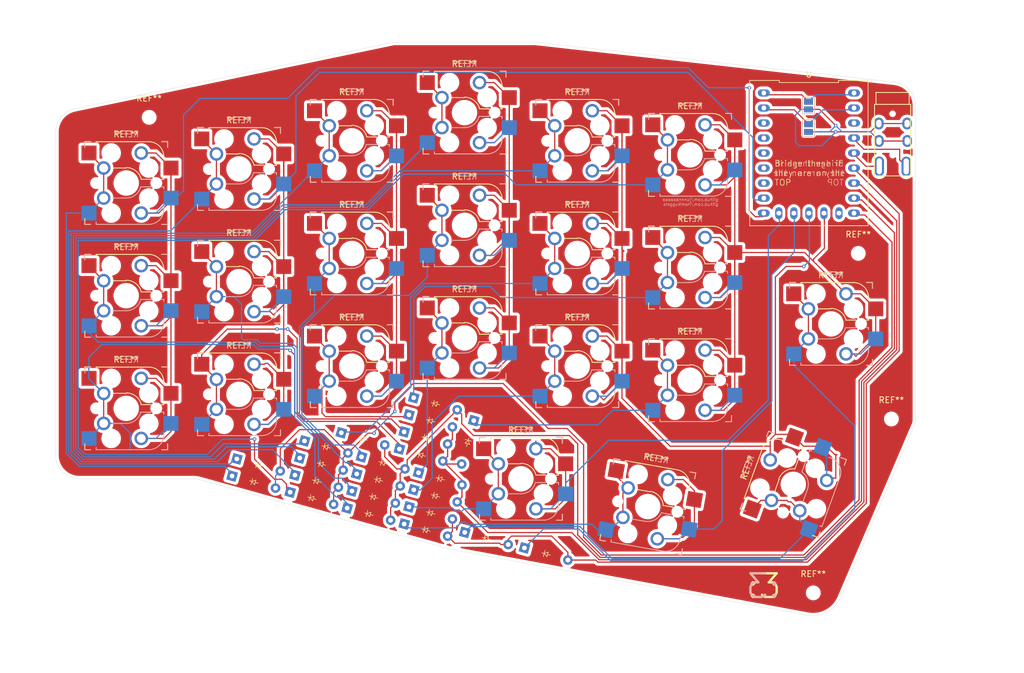
<source format=kicad_pcb>
(kicad_pcb (version 20241229) (generator "pcbnew") (generator_version "9.0")
  (layers (0 "F.Cu" signal) (2 "B.Cu" signal) (13 "F.Paste" user) (15 "B.Paste" user) (5 "F.SilkS" user "F.Silkscreen") (7 "B.SilkS" user "B.Silkscreen") (1 "F.Mask" user) (3 "B.Mask" user) (25 "Edge.Cuts" user))
  (net 0 "")
  (footprint "Scotto_lib:Diode_DO-35" (layer "F.Cu") (at 121.843942 134.734904 -15.6)
    (property "Reference" "REF**" (hide yes))
    (property "Value" "1N4148" (hide yes))
  )
  (footprint "Scotto_lib:Diode_DO-35" (layer "F.Cu") (at 112.212316 132.045705 -15.6)
    (property "Reference" "REF**" (hide yes))
    (property "Value" "1N4148" (hide yes))
  )
  (footprint "Scotto_lib:Diode_DO-35" (layer "F.Cu") (at 113.019075 129.156218 -15.6)
    (property "Reference" "REF**" (hide yes))
    (property "Value" "1N4148" (hide yes))
  )
  (footprint "rp2040-zero:SolderJumper-2_P1.3mm_Open_Pad1.0x1.5mm" (layer "F.Cu") (at 199.79 70.47 90)
    (property "Reference" "REF**" (hide yes))
    (property "Value" "SolderJumper-2_P1.3mm_Open_Pad1.0x1.5mm")
  )
  (footprint "kicad_screws:MountingHole_2.2mm_M2" (layer "F.Cu") (at 213.79 119.67)
    (property "Reference" "REF**")
    (property "Value" "MountingHole_2.2mm_M2")
  )
  (footprint "rp2040-zero:RP2040-Zero" (layer "F.Cu") (at 199.85 74.71 -90)
    (property "Reference" "U")
    (property "Value" "RP2040-Zero")
  )
  (footprint "Keyswitches:Kailh_socket_MX_optional_reversible" (layer "F.Cu") (at 122.615 72.6325)
    (property "Reference" "REF**")
    (property "Value" "Kailh_socket_MX_optional_reversible")
  )
  (footprint "Keyswitches:Kailh_socket_MX_optional_reversible" (layer "F.Cu") (at 103.565 115.495)
    (property "Reference" "REF**")
    (property "Value" "Kailh_socket_MX_optional_reversible")
  )
  (footprint "Scotto_lib:Diode_DO-35" (layer "F.Cu") (at 132.282327 134.534614 -15.6)
    (property "Reference" "REF**" (hide yes))
    (property "Value" "1N4148" (hide yes))
  )
  (footprint "Keyswitches:Kailh_socket_MX_optional_reversible" (layer "F.Cu") (at 172.62125 134.474296 -10)
    (property "Reference" "REF**")
    (property "Value" "Kailh_socket_MX_optional_reversible")
  )
  (footprint "Scotto_lib:Diode_DO-35" (layer "F.Cu") (at 114.632594 123.377242 -15.6)
    (property "Reference" "REF**" (hide yes))
    (property "Value" "1N4148" (hide yes))
  )
  (footprint "Keyswitches:Kailh_socket_MX_optional_reversible" (layer "F.Cu") (at 160.715 110.7325)
    (property "Reference" "REF**")
    (property "Value" "Kailh_socket_MX_optional_reversible")
  )
  (footprint "Scotto_lib:Diode_DO-35" (layer "F.Cu") (at 131.475567 137.424102 -15.6)
    (property "Reference" "REF**" (hide yes))
    (property "Value" "1N4148" (hide yes))
  )
  (footprint "Keyswitches:Kailh_socket_MX_optional_reversible" (layer "F.Cu") (at 160.715 91.6825)
    (property "Reference" "REF**")
    (property "Value" "Kailh_socket_MX_optional_reversible")
  )
  (footprint "Keyswitches:Kailh_socket_MX_optional_reversible" (layer "F.Cu") (at 122.615 110.7325)
    (property "Reference" "REF**")
    (property "Value" "Kailh_socket_MX_optional_reversible")
  )
  (footprint "kicad_screws:MountingHole_2.2mm_M2" (layer "F.Cu") (at 208.19 91.67)
    (property "Reference" "REF**")
    (property "Value" "MountingHole_2.2mm_M2")
  )
  (footprint "Keyswitches:Kailh_socket_MX_optional_reversible" (layer "F.Cu") (at 141.665 67.87)
    (property "Reference" "REF**")
    (property "Value" "Kailh_socket_MX_optional_reversible")
  )
  (footprint "Keyswitches:Kailh_socket_MX_optional_reversible" (layer "F.Cu") (at 197.21639 130.715199 70)
    (property "Reference" "REF**")
    (property "Value" "Kailh_socket_MX_optional_reversible")
  )
  (footprint "Scotto_lib:Diode_DO-35" (layer "F.Cu") (at 143.2301 119.9411 -105.6)
    (property "Reference" "REF**" (hide yes))
    (property "Value" "1N4148" (hide yes))
  )
  (footprint "Scotto_lib:Diode_DO-35" (layer "F.Cu") (at 151.79 141.47 -15.6)
    (property "Reference" "REF**" (hide yes))
    (property "Value" "1N4148" (hide yes))
  )
  (footprint "Scotto_lib:Diode_DO-35" (layer "F.Cu") (at 123.45746 128.955928 -15.6)
    (property "Reference" "REF**" (hide yes))
    (property "Value" "1N4148" (hide yes))
  )
  (footprint "Keyswitches:Kailh_socket_MX_optional_reversible" (layer "F.Cu") (at 103.565 96.445)
    (property "Reference" "REF**")
    (property "Value" "Kailh_socket_MX_optional_reversible")
  )
  (footprint "kicad_screws:MountingHole_2.2mm_M2" (layer "F.Cu") (at 200.59 149.07)
    (property "Reference" "REF**")
    (property "Value" "MountingHole_2.2mm_M2")
  )
  (footprint "Keyswitches:Kailh_socket_MX_optional_reversible" (layer "F.Cu") (at 84.515 98.82625)
    (property "Reference" "REF**")
    (property "Value" "Kailh_socket_MX_optional_reversible")
  )
  (footprint "Scotto_lib:Diode_DO-35" (layer "F.Cu") (at 122.650701 131.845416 -15.6)
    (property "Reference" "REF**" (hide yes))
    (property "Value" "1N4148" (hide yes))
  )
  (footprint "Keyswitches:Kailh_socket_MX_optional_reversible" (layer "F.Cu") (at 160.715 72.6325)
    (property "Reference" "REF**")
    (property "Value" "Kailh_socket_MX_optional_reversible")
  )
  (footprint "Scotto_lib:Diode_DO-35" (layer "F.Cu") (at 120.852327 121.999084 -15.6)
    (property "Reference" "REF**" (hide yes))
    (property "Value" "1N4148" (hide yes))
  )
  (footprint "Scotto_lib:Diode_DO-35" (layer "F.Cu") (at 133.089086 131.645126 -15.6)
    (property "Reference" "REF**" (hide yes))
    (property "Value" "1N4148" (hide yes))
  )
  (footprint "Keyswitches:Kailh_socket_MX_optional_reversible" (layer "F.Cu") (at 84.515 117.87625)
    (property "Reference" "REF**")
    (property "Value" "Kailh_socket_MX_optional_reversible")
  )
  (footprint "Keyswitches:Kailh_socket_MX_optional_reversible" (layer "F.Cu") (at 179.765 75.01375)
    (property "Reference" "REF**")
    (property "Value" "Kailh_socket_MX_optional_reversible")
  )
  (footprint "Keyswitches:Kailh_socket_MX_optional_reversible" (layer "F.Cu") (at 179.765 113.11375)
    (property "Reference" "REF**")
    (property "Value" "Kailh_socket_MX_optional_reversible")
  )
  (footprint "Scotto_lib:Diode_DO-35" (layer "F.Cu") (at 124.26422 126.066441 -15.6)
    (property "Reference" "REF**" (hide yes))
    (property "Value" "1N4148" (hide yes))
  )
  (footprint "Keyswitches:Kailh_socket_MX_optional_reversible" (layer "F.Cu") (at 141.665 105.97)
    (property "Reference" "REF**")
    (property "Value" "Kailh_socket_MX_optional_reversible")
  )
  (footprint "Keyswitches:Kailh_socket_MX_optional_reversible" (layer "F.Cu") (at 141.665 86.92)
    (property "Reference" "REF**")
    (property "Value" "Kailh_socket_MX_optional_reversible")
  )
  (footprint "Scotto_lib:Diode_DO-35" (layer "F.Cu") (at 113.825835 126.26673 -15.6)
    (property "Reference" "REF**" (hide yes))
    (property "Value" "1N4148" (hide yes))
  )
  (footprint "Scotto_lib:TRRS_PJ-320A" (layer "F.Cu") (at 213.79 66.47)
    (property "Reference" "REF**" (hide yes))
    (property "Value" "TRRS_PJ-320A")
  )
  (footprint "Scotto_lib:Diode_DO-35" (layer "F.Cu") (at 133.895846 128.755639 -15.6)
    (property "Reference" "REF**" (hide yes))
    (property "Value" "1N4148" (hide yes))
  )
  (footprint "Keyswitches:Kailh_socket_MX_optional_reversible" (layer "F.Cu") (at 203.5775 103.58875)
    (property "Reference" "REF**")
    (property "Value" "Kailh_socket_MX_optional_reversible")
  )
  (footprint "Scotto_lib:Diode_DO-35" (layer "F.Cu") (at 133.087232 116.070914 -15.6)
    (property "Reference" "REF**" (hide yes))
    (property "Value" "1N4148" (hide yes))
  )
  (footprint "Keyswitches:Kailh_socket_MX_optional_reversible" (layer "F.Cu") (at 151.19 129.7825)
    (property "Reference" "REF**")
    (property "Value" "Kailh_socket_MX_optional_reversible")
  )
  (footprint "Scotto_lib:Diode_DO-35" (layer "F.Cu") (at 141.704354 138.845416 -15.6)
    (property "Reference" "REF**" (hide yes))
    (property "Value" "1N4148" (hide yes))
  )
  (footprint "kicad_screws:MountingHole_2.2mm_M2" (layer "F.Cu") (at 88.39 68.67)
    (property "Reference" "REF**")
    (property "Value" "MountingHole_2.2mm_M2")
  )
  (footprint "Scotto_lib:Diode_DO-35" (layer "F.Cu") (at 103.204449 126.415925 -15.6)
    (property "Reference" "REF**" (hide yes))
    (property "Value" "1N4148" (hide yes))
  )
  (footprint "rp2040-zero:SolderJumper-2_P1.3mm_Open_Pad1.0x1.5mm" (layer "F.Cu") (at 199.79 66.67 -90)
    (property "Reference" "REF**" (hide yes))
    (property "Value" "SolderJumper-2_P1.3mm_Open_Pad1.0x1.5mm")
  )
  (footprint "Scotto_lib:Diode_DO-35" (layer "F.Cu") (at 131.473713 121.849889 -15.6)
    (property "Reference" "REF**" (hide yes))
    (property "Value" "1N4148" (hide yes))
  )
  (footprint "Scotto_lib:Diode_DO-35" (layer "F.Cu") (at 102.397689 129.305412 -15.6)
    (property "Reference" "REF**" (hide yes))
    (property "Value" "1N4148" (hide yes))
  )
  (footprint "Keyswitches:Kailh_socket_MX_optional_reversible" (layer "F.Cu") (at 179.765 94.06375)
    (property "Reference" "REF**")
    (property "Value" "Kailh_socket_MX_optional_reversible")
  )
  (footprint "Scotto_lib:Diode_DO-35" (layer "F.Cu") (at 130.666954 124.739377 -15.6)
    (property "Reference" "REF**" (hide yes))
    (property "Value" "1N4148" (hide yes))
  )
  (footprint "Scotto_lib:Diode_DO-35" (layer "F.Cu") (at 132.280473 118.960402 -15.6)
    (property "Reference" "REF**" (hide yes))
    (property "Value" "1N4148" (hide yes))
  )
  (footprint "Keyswitches:Kailh_socket_MX_optional_reversible" (layer "F.Cu") (at 84.515 79.77625)
    (property "Reference" "REF**")
    (property "Value" "Kailh_socket_MX_optional_reversible")
  )
  (footprint "Keyswitches:Kailh_socket_MX_optional_reversible" (layer "F.Cu") (at 103.565 77.395)
    (property "Reference" "REF**")
    (property "Value" "Kailh_socket_MX_optional_reversible")
  )
  (footprint "Keyswitches:Kailh_socket_MX_optional_reversible" (layer "F.Cu") (at 122.615 91.6825)
    (property "Reference" "REF**")
    (property "Value" "Kailh_socket_MX_optional_reversible")
  )
  (footprint "rp2040-zero:SolderJumper-2_P1.3mm_Open_Pad1.0x1.5mm" (layer "B.Cu") (at 199.79 66.67 90)
    (property "Reference" "REF**" (hide yes))
    (property "Value" "SolderJumper-2_P1.3mm_Open_Pad1.0x1.5mm")
  )
  (footprint "rp2040-zero:SolderJumper-2_P1.3mm_Open_Pad1.0x1.5mm" (layer "B.Cu") (at 199.79 70.47 90)
    (property "Reference" "REF**" (hide yes))
    (property "Value" "SolderJumper-2_P1.3mm_Open_Pad1.0x1.5mm")
  )
  (gr_arc (start 153.349709 55.96375) (mid 153.57091 55.969871) (end 153.791435 55.988215) (stroke (width 0.05)) (layer "Edge.Cuts"))
  (gr_arc (start 214.306726 62.712136) (mid 216.845523 64.019983) (end 217.865 66.687671) (stroke (width 0.05)) (layer "Edge.Cuts"))
  (gr_line (start 75.792933 67.206629) (end 129.758748 55.96375) (stroke (width 0.05)) (layer "Edge.Cuts"))
  (gr_arc (start 205.152424 149.920177) (mid 202.915989 152.358954) (end 199.646253 152.866991) (stroke (width 0.05)) (layer "Edge.Cuts"))
  (gr_line (start 76.60875 129.7825) (end 95.876017 129.7825) (stroke (width 0.05)) (layer "Edge.Cuts"))
  (gr_arc (start 95.876017 129.7825) (mid 96.416254 129.81915) (end 96.946592 129.928428) (stroke (width 0.05)) (layer "Edge.Cuts"))
  (gr_line (start 139.28375 141.68875) (end 199.646253 152.866991) (stroke (width 0.05)) (layer "Edge.Cuts"))
  (gr_line (start 205.152424 149.920177) (end 217.70329 120.634824) (stroke (width 0.05)) (layer "Edge.Cuts"))
  (gr_line (start 153.791435 55.988215) (end 214.306726 62.712136) (stroke (width 0.05)) (layer "Edge.Cuts"))
  (gr_line (start 217.865 119.846985) (end 217.865 66.687671) (stroke (width 0.05)) (layer "Edge.Cuts"))
  (gr_arc (start 217.865 119.846985) (mid 217.824158 120.249118) (end 217.70329 120.634824) (stroke (width 0.05)) (layer "Edge.Cuts"))
  (gr_arc (start 72.60875 71.12255) (mid 73.505263 68.598988) (end 75.792933 67.206629) (stroke (width 0.05)) (layer "Edge.Cuts"))
  (gr_line (start 96.946592 129.928428) (end 139.28375 141.68875) (stroke (width 0.05)) (layer "Edge.Cuts"))
  (gr_line (start 153.349709 55.96375) (end 129.758748 55.96375) (stroke (width 0.05)) (layer "Edge.Cuts"))
  (gr_arc (start 76.60875 129.7825) (mid 73.780355 128.610909) (end 72.60875 125.7825) (stroke (width 0.05)) (layer "Edge.Cuts"))
  (gr_line (start 72.60875 71.12255) (end 72.60875 125.7825) (stroke (width 0.05)) (layer "Edge.Cuts"))
  (gr_text "Bridge these if\nthey are on the\nTOP" (at 193.99 80.27 0) (layer "F.SilkS") (effects (font (size 1 1) (thickness 0.1)) (justify left bottom)))
  (gr_text ":3" (at 189.19 150.27 0) (layer "F.SilkS") (effects (font (size 4 4) (thickness 0.4)) (justify left bottom)))
  (gr_text "Bridge these if\nthey are on the\nTOP" (at 205.79 80.27 -0) (layer "B.SilkS") (effects (font (size 1 1) (thickness 0.1)) (justify left bottom mirror)))
  (gr_text ":3" (at 195.19 150.27 -0) (layer "B.SilkS") (effects (font (size 4 4) (thickness 0.4)) (justify left bottom mirror)))
  (gr_text "github.com/junnnaaaaaa\ngithub.com/HamNuggets" (at 184.59 83.67 0) (layer "B.SilkS") (effects (font (size 0.5 0.5) (thickness 0.0625)) (justify left bottom mirror)))
  (segment (start 141.235145 130.804808) (end 141.235145 132.887535) (width 0.2) (layer "F.Cu") (net 0))
  (segment (start 144.205 62.79) (end 146.685 62.79) (width 0.2) (layer "F.Cu") (net 0))
  (segment (start 147.814585 140.894585) (end 149.043653 140.894585) (width 0.2) (layer "F.Cu") (net 0))
  (segment (start 163.839169 143.519169) (end 164.19 143.87) (width 0.2) (layer "F.Cu") (net 0))
  (segment (start 141.180931 127.280399) (end 138.498106 127.280399) (width 0.2) (layer "F.Cu") (net 0))
  (segment (start 126.79 120.07) (end 130.666954 123.946954) (width 0.2) (layer "F.Cu") (net 0))
  (segment (start 163.255 77.7125) (end 165.9475 77.7125) (width 0.2) (layer "F.Cu") (net 0))
  (segment (start 111.79 104.47) (end 113.39 106.07) (width 0.2) (layer "F.Cu") (net 0))
  (segment (start 199.7675 106.12875) (end 199.7675 101.04875) (width 0.2) (layer "F.Cu") (net 0))
  (segment (start 113.39 106.07) (end 113.39 118.47) (width 0.2) (layer "F.Cu") (net 0))
  (segment (start 184.785 88.98375) (end 187.325 91.52375) (width 0.2) (layer "F.Cu") (net 0))
  (segment (start 120.358374 131.205387) (end 120.358374 129.122659) (width 0.2) (layer "F.Cu") (net 0))
  (segment (start 209.14 133.72) (end 209.14 113.51375) (width 0.2) (layer "F.Cu") (net 0))
  (segment (start 139.619772 121.009571) (end 139.619772 123.092298) (width 0.2) (layer "F.Cu") (net 0))
  (segment (start 160.79 123.87) (end 159.39 122.47) (width 0.2) (layer "F.Cu") (net 0))
  (segment (start 90.90375 122.95625) (end 87.055 122.95625) (width 0.2) (layer "F.Cu") (net 0))
  (segment (start 199.19 143.07) (end 164.59 143.07) (width 0.2) (layer "F.Cu") (net 0))
  (segment (start 140.428385 133.694295) (end 145.60409 138.87) (width 0.2) (layer "F.Cu") (net 0))
  (segment (start 107.845 110.415) (end 106.105 110.415) (width 0.2) (layer "F.Cu") (net 0))
  (segment (start 215.093125 108.160625) (end 215.093125 84.973125) (width 0.2) (layer "F.Cu") (net 0))
  (segment (start 118.805 70.0925) (end 118.805 75.1725) (width 0.2) (layer "F.Cu") (net 0))
  (segment (start 159.129299 143.519169) (end 163.839169 143.519169) (width 0.2) (layer "F.Cu") (net 0))
  (segment (start 121.971893 125.426411) (end 125.328304 122.07) (width 0.2) (layer "F.Cu") (net 0))
  (segment (start 116.325 105.7125) (end 118.805 108.1925) (width 0.2) (layer "F.Cu") (net 0))
  (segment (start 135.375 62.85) (end 137.855 65.33) (width 0.2) (layer "F.Cu") (net 0))
  (segment (start 209.14625 74.07) (end 207.55 72.47375) (width 0.2) (layer "F.Cu") (net 0))
  (segment (start 204.39 125.87) (end 204.39 129.67) (width 0.2) (layer "F.Cu") (net 0))
  (segment (start 130.175 70.0925) (end 130.175 108.1925) (width 0.2) (layer "F.Cu") (net 0))
  (segment (start 208.75375 82.63375) (end 214.293125 88.173125) (width 0.2) (layer "F.Cu") (net 0))
  (segment (start 97.275 72.375) (end 99.755 74.855) (width 0.2) (layer "F.Cu") (net 0))
  (segment (start 180.507463 137.752537) (end 180.507463 133.285665) (width 0.2) (layer "F.Cu") (net 0))
  (segment (start 141.235145 130.017438) (end 141.235145 130.804808) (width 0.2) (layer "F.Cu") (net 0))
  (segment (start 147.38 132.3225) (end 147.38 127.2425) (width 0.2) (layer "F.Cu") (net 0))
  (segment (start 206.1175 98.50875) (end 208.5975 98.50875) (width 0.2) (layer "F.Cu") (net 0))
  (segment (start 112.19 108.07) (end 112.99 108.87) (width 0.2) (layer "F.Cu") (net 0))
  (segment (start 158.99 121.27) (end 161.79 124.07) (width 0.2) (layer "F.Cu") (net 0))
  (segment (start 149.225 109.235) (end 147.41 111.05) (width 0.2) (layer "F.Cu") (net 0))
  (segment (start 129.99 131.811856) (end 130.796759 131.005097) (width 0.2) (layer "F.Cu") (net 0))
  (segment (start 184.91625 99.14375) (end 187.39 96.67) (width 0.2) (layer "F.Cu") (net 0))
  (segment (start 165.735 86.6025) (end 168.275 89.1425) (width 0.2) (layer "F.Cu") (net 0))
  (segment (start 185.46625 118.19375) (end 182.305 118.19375) (width 0.2) (layer "F.Cu") (net 0))
  (segment (start 112.99 108.87) (end 112.99 118.47) (width 0.2) (layer "F.Cu") (net 0))
  (segment (start 149.043653 140.894585) (end 149.043653 140.016347) (width 0.2) (layer "F.Cu") (net 0))
  (segment (start 99.755 98.985) (end 99.755 93.905) (width 0.2) (layer "F.Cu") (net 0))
  (segment (start 207.67375 77.55375) (end 207.55 77.55375) (width 0.2) (layer "F.Cu") (net 0))
  (segment (start 196.805954 133.67) (end 198.300113 135.164159) (width 0.2) (layer "F.Cu") (net 0))
  (segment (start 92.075 96.28625) (end 92.075 102.385) (width 0.2) (layer "F.Cu") (net 0))
  (segment (start 125.155 67.5525) (end 127.635 67.5525) (width 0.2) (layer "F.Cu") (net 0))
  (segment (start 193.311483 124.27) (end 193.311483 123.148517) (width 0.2) (layer "F.Cu") (net 0))
  (segment (start 213.893125 107.560625) (end 213.893125 89.773125) (width 0.2) (layer "F.Cu") (net 0))
  (segment (start 92.075 121.785) (end 90.90375 122.95625) (width 0.2) (layer "F.Cu") (net 0))
  (segment (start 141.235145 132.887535) (end 140.428385 133.694295) (width 0.2) (layer "F.Cu") (net 0))
  (segment (start 149.39 70.27) (end 149.225 70.105) (width 0.2) (layer "F.Cu") (net 0))
  (segment (start 127.6475 115.8125) (end 130.175 113.285) (width 0.2) (layer "F.Cu") (net 0))
  (segment (start 199.1325 91.52375) (end 200.634375 93.025625) (width 0.2) (layer "F.Cu") (net 0))
  (segment (start 198.942851 124.27) (end 202.79 124.27) (width 0.2) (layer "F.Cu") (net 0))
  (segment (start 130.796759 128.92237) (end 131.603519 128.11561) (width 0.2) (layer "F.Cu") (net 0))
  (segment (start 173.475 108.09375) (end 175.955 110.57375) (width 0.2) (layer "F.Cu") (net 0))
  (segment (start 168.39 91.47) (end 168.59 91.27) (width 0.2) (layer "F.Cu") (net 0))
  (segment (start 99.755 118.035) (end 99.755 112.955) (width 0.2) (layer "F.Cu") (net 0))
  (segment (start 130.796759 131.005097) (end 130.796759 128.92237) (width 0.2) (layer "F.Cu") (net 0))
  (segment (start 146.685 81.84) (end 149.225 84.38) (width 0.2) (layer "F.Cu") (net 0))
  (segment (start 141.176448 118.87) (end 140.426531 118.120083) (width 0.2) (layer "F.Cu") (net 0))
  (segment (start 90.55375 103.90625) (end 87.055 103.90625) (width 0.2) (layer "F.Cu") (net 0))
  (segment (start 113.79 121.47) (end 117.99 121.47) (width 0.2) (layer "F.Cu") (net 0))
  (segment (start 208.61375 80.09375) (end 207.55 80.09375) (width 0.2) (layer "F.Cu") (net 0))
  (segment (start 211.1375 105.7225) (end 207.79 109.07) (width 0.2) (layer "F.Cu") (net 0))
  (segment (start 187.325 110.57375) (end 187.325 116.335) (width 0.2) (layer "F.Cu") (net 0))
  (segment (start 214.293125 88.173125) (end 214.293125 107.760625) (width 0.2) (layer "F.Cu") (net 0))
  (segment (start 119.551615 134.094874) (end 119.551615 132.012146) (width 0.2) (layer "F.Cu") (net 0))
  (segment (start 92.075 82.785) (end 92.075 77.23625) (width 0.2) (layer "F.Cu") (net 0))
  (segment (start 178.632539 129.912539) (end 180.507463 131.787463) (width 0.2) (layer "F.Cu") (net 0))
  (segment (start 129.293824 119.67) (end 131.473713 121.849889) (width 0.2) (layer "F.Cu") (net 0))
  (segment (start 209.29375 85.17375) (end 207.55 85.17375) (width 0.2) (layer "F.Cu") (net 0))
  (segment (start 189.79 84.47) (end 190.79 85.47) (width 0.2) (layer "F.Cu") (net 0))
  (segment (start 208.5975 98.50875) (end 211.1375 101.04875) (width 0.2) (layer "F.Cu") (net 0))
  (segment (start 149.225 88.835) (end 145.99 92.07) (width 0.2) (layer "F.Cu") (net 0))
  (segment (start 118.19 119.27) (end 131.970875 119.27) (width 0.2) (layer "F.Cu") (net 0))
  (segment (start 144.205 81.84) (end 146.685 81.84) (width 0.2) (layer "F.Cu") (net 0))
  (segment (start 127.635 86.6025) (end 130.175 89.1425) (width 0.2) (layer "F.Cu") (net 0))
  (segment (start 146.71 72.95) (end 149.39 70.27) (width 0.2) (layer "F.Cu") (net 0))
  (segment (start 108.845 101.525) (end 106.105 101.525) (width 0.2) (layer "F.Cu") (net 0))
  (segment (start 144.9 124.7625) (end 147.38 127.2425) (width 0.2) (layer "F.Cu") (net 0))
  (segment (start 113.39 118.47) (end 114.59 119.67) (width 0.2) (layer "F.Cu") (net 0))
  (segment (start 128.4975 96.7625) (end 125.155 96.7625) (width 0.2) (layer "F.Cu") (net 0))
  (segment (start 125.155 115.8125) (end 127.6475 115.8125) (width 0.2) (layer "F.Cu") (net 0))
  (segment (start 120.358374 129.122659) (end 121.165134 128.315899) (width 0.2) (layer "F.Cu") (net 0))
  (segment (start 80.705 101.36625) (end 80.705 96.28625) (width 0.2) (layer "F.Cu") (net 0))
  (segment (start 215.19 75.87) (end 215.19 74.07) (width 0.2) (layer "F.Cu") (net 0))
  (segment (start 97.275 108.785) (end 101.59 104.47) (width 0.2) (layer "F.Cu") (net 0))
  (segment (start 109.39 102.07) (end 108.845 101.525) (width 0.2) (layer "F.Cu") (net 0))
  (segment (start 89.535 112.79625) (end 92.075 115.33625) (width 0.2) (layer "F.Cu") (net 0))
  (segment (start 101.59 104.47) (end 109.99 104.47) (width 0.2) (layer "F.Cu") (net 0))
  (segment (start 201.64 67.32) (end 199.79 67.32) (width 0.2) (layer "F.Cu") (net 0))
  (segment (start 194.19 95.67) (end 195.99 93.87) (width 0.2) (layer "F.Cu") (net 0))
  (segment (start 154.425 86.6025) (end 154.425 86.6625) (width 0.2) (layer "F.Cu") (net 0))
  (segment (start 165.735 67.5525) (end 168.275 70.0925) (width 0.2) (layer "F.Cu") (net 0))
  (segment (start 138.813012 125.981787) (end 138.006253 126.788546) (width 0.2) (layer "F.Cu") (net 0))
  (segment (start 204.39 129.67) (end 203.254602 129.67) (width 0.2) (layer "F.Cu") (net 0))
  (segment (start 78.225 74.69625) (end 78.225 74.75625) (width 0.2) (layer "F.Cu") (net 0))
  (segment (start 116.325 86.6025) (end 116.325 86.6625) (width 0.2) (layer "F.Cu") (net 0))
  (segment (start 97.275 91.365) (end 97.275 91.425) (width 0.2) (layer "F.Cu") (net 0))
  (segment (start 130.175 113.285) (end 130.175 108.1925) (width 0.2) (layer "F.Cu") (net 0))
  (segment (start 149.043653 140.016347) (end 149.59 139.47) (width 0.2) (layer "F.Cu") (net 0))
  (segment (start 184.785 108.03375) (end 187.325 110.57375) (width 0.2) (layer "F.Cu") (net 0))
  (segment (start 175.955 72.47375) (end 175.955 77.55375) (width 0.2) (layer "F.Cu") (net 0))
  (segment (start 117.59 118.67) (end 118.19 119.27) (width 0.2) (layer "F.Cu") (net 0))
  (segment (start 159.129299 142.209299) (end 159.129299 143.519169) (width 0.2) (layer "F.Cu") (net 0))
  (segment (start 128.191626 126.071626) (end 130.23561 128.11561) (width 0.2) (layer "F.Cu") (net 0))
  (segment (start 129.89 116.77) (end 132.99 113.67) (width 0.2) (layer "F.Cu") (net 0))
  (segment (start 87.055 84.85625) (end 90.00375 84.85625) (width 0.2) (layer "F.Cu") (net 0))
  (segment (start 116.325 86.6625) (end 118.805 89.1425) (width 0.2) (layer "F.Cu") (net 0))
  (segment (start 165.19 116.47) (end 168.275 113.385) (width 0.2) (layer "F.Cu") (net 0))
  (segment (start 161.79 139.67) (end 164.79 142.67) (width 0.2) (layer "F.Cu") (net 0))
  (segment (start 156.39 139.47) (end 159.129299 142.209299) (width 0.2) (layer "F.Cu") (net 0))
  (segment (start 194.19 122.27) (end 194.19 95.67) (width 0.2) (layer "F.Cu") (net 0))
  (segment (start 135.375 81.9) (end 137.855 84.38) (width 0.2) (layer "F.Cu") (net 0))
  (segment (start 209.54 113.71375) (end 215.093125 108.160625) (width 0.2) (layer "F.Cu") (net 0))
  (segment (start 200.634375 93.025625) (end 200.634375 92.625625) (width 0.2) (layer "F.Cu") (net 0))
  (segment (start 197.2875 98.56875) (end 199.7675 101.04875) (width 0.2) (layer "F.Cu") (net 0))
  (segment (start 209.14 113.51375) (end 214.693125 107.960625) (width 0.2) (layer "F.Cu") (net 0))
  (segment (start 80.705 77.23625) (end 80.705 82.31625) (width 0.2) (layer "F.Cu") (net 0))
  (segment (start 141.19 118.87) (end 141.176448 118.87) (width 0.2) (layer "F.Cu") (net 0))
  (segment (start 156.9975 134.8625) (end 158.75 133.11) (width 0.2) (layer "F.Cu") (net 0))
  (segment (start 197.415243 122.742392) (end 198.942851 124.27) (width 0.2) (layer "F.Cu") (net 0))
  (segment (start 182.305 99.14375) (end 184.91625 99.14375) (width 0.2) (layer "F.Cu") (net 0))
  (segment (start 145.99 92.07) (end 145.92 92) (width 0.2) (layer "F.Cu") (net 0))
  (segment (start 168.428066 132.193418) (end 169.310199 131.311285) (width 0.2) (layer "F.Cu") (net 0))
  (segment (start 129.89 118.37) (end 129.89 116.77) (width 0.2) (layer "F.Cu") (net 0))
  (segment (start 129.99 133.894585) (end 129.99 131.811856) (width 0.2) (layer "F.Cu") (net 0))
  (segment (start 111.59 130.67) (end 111.59 131.423389) (width 0.2) (layer "F.Cu") (net 0))
  (segment (start 135.375 100.95) (end 137.855 103.43) (width 0.2) (layer "F.Cu") (net 0))
  (segment (start 182.305 80.09375) (end 185.96625 80.09375) (width 0.2) (layer "F.Cu") (net 0))
  (segment (start 131.99 127.729129) (end 131.603519 128.11561) (width 0.2) (layer "F.Cu") (net 0))
  (segment (start 129.183241 134.701344) (end 129.99 133.894585) (width 0.2) (layer "F.Cu") (net 0))
  (segment (start 192.01375 85.47) (end 192.31 85.17375) (width 0.2) (layer "F.Cu") (net 0))
  (segment (start 78.225 112.85625) (end 80.705 115.33625) (width 0.2) (layer "F.Cu") (net 0))
  (segment (start 167.308942 129.310028) (end 169.310199 131.311285) (width 0.2) (layer "F.Cu") (net 0))
  (segment (start 117.99 121.47) (end 120.99 124.47) (width 0.2) (layer "F.Cu") (net 0))
  (segment (start 210.265 71.12) (end 211.665 69.72) (width 0.2) (layer "F.Cu") (net 0))
  (segment (start 92.075 77.23625) (end 92.075 115.33625) (width 0.2) (layer "F.Cu") (net 0))
  (segment (start 197.2875 98.50875) (end 197.2875 98.56875) (width 0.2) (layer "F.Cu") (net 0))
  (segment (start 165.9475 77.7125) (end 168.19 75.47) (width 0.2) (layer "F.Cu") (net 0))
  (segment (start 163.255 86.6025) (end 165.735 86.6025) (width 0.2) (layer "F.Cu") (net 0))
  (segment (start 111.125 74.855) (end 111.125 112.955) (width 0.2) (layer "F.Cu") (net 0))
  (segment (start 199.79 71.12) (end 204.39 71.12) (width 0.2) (layer "F.Cu") (net 0))
  (segment (start 130.175 75.055) (end 130.175 70.0925) (width 0.2) (layer "F.Cu") (net 0))
  (segment (start 87.055 74.69625) (end 89.535 74.69625) (width 0.2) (layer "F.Cu") (net 0))
  (segment (start 145.60409 138.87) (end 159.79 138.87) (width 0.2) (layer "F.Cu") (net 0))
  (segment (start 207.79 109.07) (end 207.38875 108.66875) (width 0.2) (layer "F.Cu") (net 0))
  (segment (start 112.99 118.47) (end 114.59 120.07) (width 0.2) (layer "F.Cu") (net 0))
  (segment (start 200.634375 93.025625) (end 206.1175 98.50875) (width 0.2) (layer "F.Cu") (net 0))
  (segment (start 214.293125 107.760625) (end 208.74 113.31375) (width 0.2) (layer "F.Cu") (net 0))
  (segment (start 200.634375 92.625625) (end 202.47 90.79) (width 0.2) (layer "F.Cu") (net 0))
  (segment (start 99.755 74.855) (end 99.755 79.935) (width 0.2) (layer "F.Cu") (net 0))
  (segment (start 198.99 142.67) (end 208.34 133.32) (width 0.2) (layer "F.Cu") (net 0))
  (segment (start 159.79 138.87) (end 164.39 143.47) (width 0.2) (layer "F.Cu") (net 0))
  (segment (start 199.39 143.47) (end 209.14 133.72) (width 0.2) (layer "F.Cu") (net 0))
  (segment (start 121.165134 128.315899) (end 121.165134 126.23317) (width 0.2) (layer "F.Cu") (net 0))
  (segment (start 111.125 74.855) (end 111.125 80.135) (width 0.2) (layer "F.Cu") (net 0))
  (segment (start 168.428066 136.314108) (end 168.428066 132.193418) (width 0.2) (layer "F.Cu") (net 0))
  (segment (start 197.36375 67.39375) (end 199.79 69.82) (width 0.2) (layer "F.Cu") (net 0))
  (segment (start 114.59 119.67) (end 129.293824 119.67) (width 0.2) (layer "F.Cu") (net 0))
  (segment (start 199.7675 106.12875) (end 199.73125 106.12875) (width 0.2) (layer "F.Cu") (net 0))
  (segment (start 144.205 72.95) (end 146.71 72.95) (width 0.2) (layer "F.Cu") (net 0))
  (segment (start 178.19 139.67) (end 178.59 139.67) (width 0.2) (layer "F.Cu") (net 0))
  (segment (start 159.39 122.47) (end 143.19 122.47) (width 0.2) (layer "F.Cu") (net 0))
  (segment (start 92.075 115.33625) (end 92.075 121.785) (width 0.2) (layer "F.Cu") (net 0))
  (segment (start 149.225 84.38) (end 149.225 88.835) (width 0.2) (layer "F.Cu") (net 0))
  (segment (start 110.543748 128.465094) (end 110.543748 124.716252) (width 0.2) (layer "F.Cu") (net 0))
  (segment (start 135.375 100.89) (end 135.375 100.95) (width 0.2) (layer "F.Cu") (net 0))
  (segment (start 143.19 122.47) (end 141.19 120.47) (width 0.2) (layer "F.Cu") (net 0))
  (segment (start 193.311483 123.148517) (end 194.19 122.27) (width 0.2) (layer "F.Cu") (net 0))
  (segment (start 149.225 65.33) (end 149.225 103.43) (width 0.2) (layer "F.Cu") (net 0))
  (segment (start 154.425 86.6625) (end 156.905 89.1425) (width 0.2) (layer "F.Cu") (net 0))
  (segment (start 131.99 126.556614) (end 131.99 127.729129) (width 0.2) (layer "F.Cu") (net 0))
  (segment (start 160.79 139.27) (end 160.79 123.87) (width 0.2) (layer "F.Cu") (net 0))
  (segment (start 168.59 91.27) (end 168.275 90.955) (width 0.2) (layer "F.Cu") (net 0))
  (segment (start 211.69 72.67) (end 216.465 72.67) (width 0.2) (layer "F.Cu") (net 0))
  (segment (start 141.19 120.47) (end 141.19 118.87) (width 0.2) (layer "F.Cu") (net 0))
  (segment (start 155.79 121.27) (end 158.99 121.27) (width 0.2) (layer "F.Cu") (net 0))
  (segment (start 110.543748 124.716252) (end 113.79 121.47) (width 0.2) (layer "F.Cu") (net 0))
  (segment (start 108.585 91.365) (end 111.125 93.905) (width 0.2) (layer "F.Cu") (net 0))
  (segment (start 168.19 75.07) (end 168.275 74.985) (width 0.2) (layer "F.Cu") (net 0))
  (segment (start 187.325 78.735) (end 187.325 72.47375) (width 0.2) (layer "F.Cu") (net 0))
  (segment (start 187.325 116.335) (end 185.46625 118.19375) (width 0.2) (layer "F.Cu") (net 0))
  (segment (start 164.5325 115.8125) (end 165.19 116.47) (width 0.2) (layer "F.Cu") (net 0))
  (segment (start 125.155 77.7125) (end 127.5475 77.7125) (width 0.2) (layer "F.Cu") (net 0))
  (segment (start 168.275 90.955) (end 168.275 89.1425) (width 0.2) (layer "F.Cu") (net 0))
  (segment (start 135.375 62.79) (end 135.375 62.85) (width 0.2) (layer "F.Cu") (net 0))
  (segment (start 158.75 133.11) (end 158.75 127.2425) (width 0.2) (layer "F.Cu") (net 0))
  (segment (start 178.59 139.67) (end 180.507463 137.752537) (width 0.2) (layer "F.Cu") (net 0))
  (segment (start 168.275 113.385) (end 168.275 108.1925) (width 0.2) (layer "F.Cu") (net 0))
  (segment (start 154.425 67.6125) (end 156.905 70.0925) (width 0.2) (layer "F.Cu") (net 0))
  (segment (start 187.325 96.605) (end 187.325 91.52375) (width 0.2) (layer "F.Cu") (net 0))
  (segment (start 97.275 72.315) (end 97.275 72.375) (width 0.2) (layer "F.Cu") (net 0))
  (segment (start 173.475 88.98375) (end 173.475 89.04375) (width 0.2) (layer "F.Cu") (net 0))
  (segment (start 190.79 85.47) (end 192.01375 85.47) (width 0.2) (layer "F.Cu") (net 0))
  (segment (start 137.855 108.51) (end 137.855 103.43) (width 0.2) (layer "F.Cu") (net 0))
  (segment (start 140.426531 118.120083) (end 131.99 126.556614) (width 0.2) (layer "F.Cu") (net 0))
  (segment (start 211.1375 101.04875) (end 211.1375 105.7225) (width 0.2) (layer "F.Cu") (net 0))
  (segment (start 182.305 88.98375) (end 184.785 88.98375) (width 0.2) (layer "F.Cu") (net 0))
  (segment (start 168.275 74.985) (end 168.275 70.0925) (width 0.2) (layer "F.Cu") (net 0))
  (segment (start 111.125 117.935) (end 111.125 112.955) (width 0.2) (layer "F.Cu") (net 0))
  (segment (start 192.31 67.39375) (end 197.36375 67.39375) (width 0.2) (layer "F.Cu") (net 0))
  (segment (start 147.41 111.05) (end 144.205 111.05) (width 0.2) (layer "F.Cu") (net 0))
  (segment (start 107.99 110.27) (end 107.845 110.415) (width 0.2) (layer "F.Cu") (net 0))
  (segment (start 127.5475 77.7125) (end 130.19 75.07) (width 0.2) (layer "F.Cu") (net 0))
  (segment (start 177.941814 139.918186) (end 178.19 139.67) (width 0.2) (layer "F.Cu") (net 0))
  (segment (start 185.96625 80.09375) (end 187.325 78.735) (width 0.2) (layer "F.Cu") (net 0))
  (segment (start 176.39 124.27) (end 193.311483 124.27) (width 0.2) (layer "F.Cu") (net 0))
  (segment (start 138.498106 127.280399) (end 138.006253 126.788546) (width 0.2) (layer "F.Cu") (net 0))
  (segment (start 87.055 93.74625) (end 89.535 93.74625) (width 0.2) (layer "F.Cu") (net 0))
  (segment (start 164.79 142.67) (end 198.99 142.67) (width 0.2) (layer "F.Cu") (net 0))
  (segment (start 116.325 67.5525) (end 116.325 67.6125) (width 0.2) (layer "F.Cu") (net 0))
  (segment (start 130.175 95.085) (end 128.4975 96.7625) (width 0.2) (layer "F.Cu") (net 0))
  (segment (start 187.325 91.52375) (end 199.1325 91.52375) (width 0.2) (layer "F.Cu") (net 0))
  (segment (start 128.191626 124.048253) (end 128.191626 126.071626) (width 0.2) (layer "F.Cu") (net 0))
  (segment (start 193.526474 133.426697) (end 196.146697 133.426697) (width 0.2) (layer "F.Cu") (net 0))
  (segment (start 215.19 74.07) (end 209.14625 74.07) (width 0.2) (layer "F.Cu") (net 0))
  (segment (start 173.475 69.93375) (end 173.475 69.99375) (width 0.2) (layer "F.Cu") (net 0))
  (segment (start 99.755 112.955) (end 97.275 110.475) (width 0.2) (layer "F.Cu") (net 0))
  (segment (start 125.155 105.6525) (end 127.635 105.6525) (width 0.2) (layer "F.Cu") (net 0))
  (segment (start 116.325 105.6525) (end 116.325 105.7125) (width 0.2) (layer "F.Cu") (net 0))
  (segment (start 130.23561 128.11561) (end 131.603519 128.11561) (width 0.2) (layer "F.Cu") (net 0))
  (segment (start 109.59 129.87) (end 110.79 129.87) (width 0.2) (layer "F.Cu") (net 0))
  (segment (start 108.585 72.315) (end 111.125 74.855) (width 0.2) (layer "F.Cu") (net 0))
  (segment (start 214.693125 107.960625) (end 214.693125 86.173125) (width 0.2) (layer "F.Cu") (net 0))
  (segment (start 164.59 143.07) (end 160.79 139.27) (width 0.2) (layer "F.Cu") (net 0))
  (segment (start 132.99 113.67) (end 148.19 113.67) (width 0.2) (layer "F.Cu") (net 0))
  (segment (start 139.621626 138.666511) (end 138.814866 139.473271) (width 0.2) (layer "F.Cu") (net 0))
  (segment (start 125.155 86.6025) (end 127.635 86.6025) (width 0.2) (layer "F.Cu") (net 0))
  (segment (start 111.125 80.135) (end 108.785 82.475) (width 0.2) (layer "F.Cu") (net 0))
  (segment (start 135.375 81.84) (end 135.375 81.9) (width 0.2) (layer "F.Cu") (net 0))
  (segment (start 176.004794 129.912539) (end 178.632539 129.912539) (width 0.2) (layer "F.Cu") (net 0))
  (segment (start 87.055 112.79625) (end 89.535 112.79625) (width 0.2) (layer "F.Cu") (net 0))
  (segment (start 106.105 91.365) (end 108.585 91.365) (width 0.2) (layer "F.Cu") (net 0))
  (segment (start 208.74 113.31375) (end 208.74 133.52) (width 0.2) (layer "F.Cu") (net 0))
  (segment (start 154.425 105.6525) (end 154.425 105.7125) (width 0.2) (layer "F.Cu") (net 0))
  (segment (start 153.73 134.8625) (end 156.9975 134.8625) (width 0.2) (layer "F.Cu") (net 0))
  (segment (start 163.255 96.7625) (end 165.8975 96.7625) (width 0.2) (layer "F.Cu") (net 0))
  (segment (start 106.105 120.575) (end 108.485 120.575) (width 0.2) (layer "F.Cu") (net 0))
  (segment (start 213.893125 89.773125) (end 209.29375 85.17375) (width 0.2) (layer "F.Cu") (net 0))
  (segment (start 190.291445 134.888403) (end 191.753151 133.426697) (width 0.2) (layer "F.Cu") (net 0))
  (segment (start 153.73 124.7025) (end 156.21 124.7025) (width 0.2) (layer "F.Cu") (net 0))
  (segment (start 131.970875 119.27) (end 132.280473 118.960402) (width 0.2) (layer "F.Cu") (net 0))
  (segment (start 156.905 89.1425) (end 156.905 94.2225) (width 0.2) (layer "F.Cu") (net 0))
  (segment (start 144.9 124.7025) (end 144.9 124.7625) (width 0.2) (layer "F.Cu") (net 0))
  (segment (start 121.015482 124.47) (end 121.971893 125.426411) (width 0.2) (layer "F.Cu") (net 0))
  (segment (start 97.275 91.425) (end 99.755 93.905) (width 0.2) (layer "F.Cu") (net 0))
  (segment (start 173.475 108.03375) (end 173.475 108.09375) (width 0.2) (layer "F.Cu") (net 0))
  (segment (start 187.325 72.47375) (end 187.325 110.57375) (width 0.2) (layer "F.Cu") (net 0))
  (segment (start 146.685 100.89) (end 149.225 103.43) (width 0.2) (layer "F.Cu") (net 0))
  (segment (start 147.59 140.67) (end 147.814585 140.894585) (width 0.2) (layer "F.Cu") (net 0))
  (segment (start 149.59 139.47) (end 156.39 139.47) (width 0.2) (layer "F.Cu") (net 0))
  (segment (start 208.34 133.32) (end 208.34 113.11375) (width 0.2) (layer "F.Cu") (net 0))
  (segment (start 180.507463 131.787463) (end 180.507463 133.285665) (width 0.2) (layer "F.Cu") (net 0))
  (segment (start 207.55 82.63375) (end 208.75375 82.63375) (width 0.2) (layer "F.Cu") (net 0))
  (segment (start 182.305 108.03375) (end 184.785 108.03375) (width 0.2) (layer "F.Cu") (net 0))
  (segment (start 108.485 120.575) (end 111.125 117.935) (width 0.2) (layer "F.Cu") (net 0))
  (segment (start 130.666954 123.946954) (end 130.666954 124.739377) (width 0.2) (layer "F.Cu") (net 0))
  (segment (start 111.125 112.955) (end 108.44 110.27) (width 0.2) (layer "F.Cu") (net 0))
  (segment (start 168.275 70.0925) (end 168.275 116.155) (width 0.2) (layer "F.Cu") (net 0))
  (segment (start 204.59 125.67) (end 204.39 125.87) (width 0.2) (layer "F.Cu") (net 0))
  (segment (start 173.475 89.04375) (end 175.955 91.52375) (width 0.2) (layer "F.Cu") (net 0))
  (segment (start 118.805 113.2725) (end 118.805 108.1925) (width 0.2) (layer "F.Cu") (net 0))
  (segment (start 148.19 113.67) (end 155.79 121.27) (width 0.2) (layer "F.Cu") (net 0))
  (segment (start 165.735 105.6525) (end 168.275 108.1925) (width 0.2) (layer "F.Cu") (net 0))
  (segment (start 168.39 94.27) (end 168.39 91.47) (width 0.2) (layer "F.Cu") (net 0))
  (segment (start 156.905 70.0925) (end 156.905 75.1725) (width 0.2) (layer "F.Cu") (net 0))
  (segment (start 182.305 69.93375) (end 184.785 69.93375) (width 0.2) (layer "F.Cu") (net 0))
  (segment (start 97.275 110.415) (end 97.275 108.785) (width 0.2) (layer "F.Cu") (net 0))
  (segment (start 97.275 110.475) (end 97.275 110.415) (width 0.2) (layer "F.Cu") (net 0))
  (segment (start 211.74 76.945) (end 209.48125 76.945) (width 0.2) (layer "F.Cu") (net 0))
  (segment (start 140.011595 140.67) (end 147.59 140.67) (width 0.2) (layer "F.Cu") (net 0))
  (segment (start 194.19 122.27) (end 196.942851 122.27) (width 0.2) (layer "F.Cu") (net 0))
  (segment (start 119.551615 132.012146) (end 120.358374 131.205387) (width 0.2) (layer "F.Cu") (net 0))
  (segment (start 164.39 143.47) (end 199.39 143.47) (width 0.2) (layer "F.Cu") (net 0))
  (segment (start 139.619772 123.092298) (end 138.813012 123.899058) (width 0.2) (layer "F.Cu") (net 0))
  (segment (start 130.175 89.1425) (end 130.175 95.085) (width 0.2) (layer "F.Cu") (net 0))
  (segment (start 189.79 63.67) (end 189.79 84.47) (width 0.2) (layer "F.Cu") (net 0))
  (segment (start 153.73 123.41) (end 153.73 124.7025) (width 0.2) (layer "F.Cu") (net 0))
  (segment (start 138.814866 139.473271) (end 140.011595 140.67) (width 0.2) (layer "F.Cu") (net 0))
  (segment (start 149.225 70.105) (end 149.225 65.33) (width 0.2) (layer "F.Cu") (net 0))
  (segment (start 144.205 100.89) (end 146.685 100.89) (width 0.2) (layer "F.Cu") (net 0))
  (segment (start 138.813012 123.899058) (end 138.813012 125.981787) (width 0.2) (layer "F.Cu") (net 0))
  (segment (start 121.165134 126.23317) (end 121.971893 125.426411) (width 0.2) (layer "F.Cu") (net 0))
  (segment (start 118.805 113.2725) (end 117.59 114.4875) (width 0.2) (layer "F.Cu") (net 0))
  (segment (start 111.125 93.905) (end 111.125 100.335) (width 0.2) (layer "F.Cu") (net 0))
  (segment (start 146.685 62.79) (end 149.225 65.33) (width 0.2) (layer "F.Cu") (net 0))
  (segment (start 168.19 75.47) (end 168.19 75.07) (width 0.2) (layer "F.Cu") (net 0))
  (segment (start 215.093125 84.973125) (end 207.67375 77.55375) (width 0.2) (layer "F.Cu") (net 0))
  (segment (start 211.665 69.72) (end 216.44 69.72) (width 0.2) (layer "F.Cu") (net 0))
  (segment (start 118.805 94.2225) (end 118.805 89.1425) (width 0.2) (layer "F.Cu") (net 0))
  (segment (start 129.183241 136.784073) (end 129.183241 134.701344) (width 0.2) (layer "F.Cu") (net 0))
  (segment (start 167.308942 128.379226) (end 167.308942 129.310028) (width 0.2) (layer "F.Cu") (net 0))
  (segment (start 89.535 74.69625) (end 92.075 77.23625) (width 0.2) (layer "F.Cu") (net 0))
  (segment (start 216.29 76.97) (end 215.19 75.87) (width 0.2) (layer "F.Cu") (net 0))
  (segment (start 156.21 124.7025) (end 158.75 127.2425) (width 0.2) (layer "F.Cu") (net 0))
  (segment (start 196.146697 133.426697) (end 196.39 133.67) (width 0.2) (layer "F.Cu") (net 0))
  (segment (start 108.785 82.475) (end 106.105 82.475) (width 0.2) (layer "F.Cu") (net 0))
  (segment (start 106.19 126.47) (end 109.59 129.87) (width 0.2) (layer "F.Cu") (net 0))
  (segment (start 163.255 115.8125) (end 164.5325 115.8125) (width 0.2) (layer "F.Cu") (net 0))
  (segment (start 108.44 110.27) (end 107.99 110.27) (width 0.2) (layer "F.Cu") (net 0))
  (segment (start 173.475 69.99375) (end 175.955 72.47375) (width 0.2) (layer "F.Cu") (net 0))
  (segment (start 120.99 124.47) (end 121.015482 124.47) (width 0.2) (layer "F.Cu") (net 0))
  (segment (start 207.38875 108.66875) (end 206.1175 108.66875) (width 0.2) (layer "F.Cu") (net 0))
  (segment (start 209.54 133.92) (end 209.54 113.71375) (width 0.2) (layer "F.Cu") (net 0))
  (segment (start 78.225 93.80625) (end 80.705 96.28625) (width 0.2) (layer "F.Cu") (net 0))
  (segment (start 145.92 92) (end 144.205 92) (width 0.2) (layer "F.Cu") (net 0))
  (segment (start 90.00375 84.85625) (end 92.075 82.785) (width 0.2) (layer "F.Cu") (net 0))
  (segment (start 196.39 133.67) (end 196.805954 133.67) (width 0.2) (layer "F.Cu") (net 0))
  (segment (start 137.855 84.38) (end 137.855 89.46) (width 0.2) (layer "F.Cu") (net 0))
  (segment (start 111.125 100.335) (end 109.39 102.07) (width 0.2) (layer "F.Cu") (net 0))
  (segment (start 154.425 67.5525) (end 154.425 67.6125) (width 0.2) (layer "F.Cu") (net 0))
  (segment (start 193.311483 126.590916) (end 193.311483 124.27) (width 0.2) (layer "F.Cu") (net 0))
  (segment (start 204.19 125.67) (end 204.59 125.67) (width 0.2) (layer "F.Cu") (net 0))
  (segment (start 161.79 124.07) (end 161.79 139.67) (width 0.2) (layer "F.Cu") (net 0))
  (segment (start 196.942851 122.27) (end 197.415243 122.742392) (width 0.2) (layer "F.Cu") (net 0))
  (segment (start 80.705 120.41625) (end 80.705 115.33625) (width 0.2) (layer "F.Cu") (net 0))
  (segment (start 163.255 105.6525) (end 165.735 105.6525) (width 0.2) (layer "F.Cu") (net 0))
  (segment (start 92.075 102.385) (end 90.55375 103.90625) (width 0.2) (layer "F.Cu") (net 0))
  (segment (start 204.39 71.12) (end 210.265 71.12) (width 0.2) (layer "F.Cu") (net 0))
  (segment (start 174.240529 139.918186) (end 177.941814 139.918186) (width 0.2) (layer "F.Cu") (net 0))
  (segment (start 187.39 96.67) (end 187.325 96.605) (width 0.2) (layer "F.Cu") (net 0))
  (segment (start 184.785 69.93375) (end 187.325 72.47375) (width 0.2) (layer "F.Cu") (net 0))
  (segment (start 154.425 105.7125) (end 156.905 108.1925) (width 0.2) (layer "F.Cu") (net 0))
  (segment (start 130.175 108.1925) (end 130.175 112.655) (width 0.2) (layer "F.Cu") (net 0))
  (segment (start 137.855 65.33) (end 137.855 70.41) (width 0.2) (layer "F.Cu") (net 0))
  (segment (start 114.59 120.07) (end 126.79 120.07) (width 0.2) (layer "F.Cu") (net 0))
  (segment (start 78.225 112.79625) (end 78.225 112.85625) (width 0.2) (layer "F.Cu") (net 0))
  (segment (start 208.74 133.52) (end 199.19 143.07) (width 0.2) (layer "F.Cu") (net 0))
  (segment (start 127.635 105.6525) (end 130.175 108.1925) (width 0.2) (layer "F.Cu") (net 0))
  (segment (start 202.47 90.79) (end 202.47 85.17375) (width 0.2) (layer "F.Cu") (net 0))
  (segment (start 130.19 75.07) (end 130.175 75.055) (width 0.2) (layer "F.Cu") (net 0))
  (segment (start 106.105 72.315) (end 108.585 72.315) (width 0.2) (layer "F.Cu") (net 0))
  (segment (start 192.31 64.85375) (end 198.62375 64.85375) (width 0.2) (layer "F.Cu") (net 0))
  (segment (start 175.955 110.57375) (end 175.955 115.65375) (width 0.2) (layer "F.Cu") (net 0))
  (segment (start 116.325 67.6125) (end 118.805 70.0925) (width 0.2) (layer "F.Cu") (net 0))
  (segment (start 204.39 70.07) (end 201.64 67.32) (width 0.2) (layer "F.Cu") (net 0))
  (segment (start 139.621626 136.583783) (end 139.621626 138.666511) (width 0.2) (layer "F.Cu") (net 0))
  (segment (start 209.48125 76.945) (end 207.55 75.01375) (width 0.2) (layer "F.Cu") (net 0))
  (segment (start 168.275 116.155) (end 176.39 124.27) (width 0.2) (layer "F.Cu") (net 0))
  (segment (start 117.59 114.4875) (end 117.59 118.67) (width 0.2) (layer "F.Cu") (net 0))
  (segment (start 111.59 131.423389) (end 112.212316 132.045705) (width 0.2) (layer "F.Cu") (net 0))
  (segment (start 208.34 113.11375) (end 213.893125 107.560625) (width 0.2) (layer "F.Cu") (net 0))
  (segment (start 125.328304 122.07) (end 126.39 122.07) (width 0.2) (layer "F.Cu") (net 0))
  (segment (start 127.635 67.5525) (end 130.175 70.0925) (width 0.2) (layer "F.Cu") (net 0))
  (segment (start 203.254602 129.67) (end 202.85876 130.065842) (width 0.2) (layer "F.Cu") (net 0))
  (segment (start 156.905 108.1925) (end 156.905 113.2725) (width 0.2) (layer "F.Cu") (net 0))
  (segment (start 149.225 103.43) (end 149.225 109.235) (width 0.2) (layer "F.Cu") (net 0))
  (segment (start 163.255 67.5525) (end 165.735 67.5525) (width 0.2) (layer "F.Cu") (net 0))
  (segment (start 106.19 123.07) (end 106.19 126.47) (width 0.2) (layer "F.Cu") (net 0))
  (segment (start 89.535 93.74625) (end 92.075 96.28625) (width 0.2) (layer "F.Cu") (net 0))
  (segment (start 199.59 143.87) (end 209.54 133.92) (width 0.2) (layer "F.Cu") (net 0))
  (segment (start 164.19 143.87) (end 199.59 143.87) (width 0.2) (layer "F.Cu") (net 0))
  (segment (start 138.006253 126.788546) (end 141.235145 130.017438) (width 0.2) (layer "F.Cu") (net 0))
  (segment (start 214.693125 86.173125) (end 208.61375 80.09375) (width 0.2) (layer "F.Cu") (net 0))
  (segment (start 195.99 93.87) (end 198.99 93.87) (width 0.2) (layer "F.Cu") (net 0))
  (segment (start 78.225 74.75625) (end 80.705 77.23625) (width 0.2) (layer "F.Cu") (net 0))
  (segment (start 175.955 91.52375) (end 175.955 96.60375) (width 0.2) (layer "F.Cu") (net 0))
  (segment (start 198.62375 64.85375) (end 199.79 66.02) (width 0.2) (layer "F.Cu") (net 0))
  (segment (start 110.79 129.87) (end 111.59 130.67) (width 0.2) (layer "F.Cu") (net 0))
  (segment (start 191.753151 133.426697) (end 193.526474 133.426697) (width 0.2) (layer "F.Cu") (net 0))
  (segment (start 78.225 93.74625) (end 78.225 93.80625) (width 0.2) (layer "F.Cu") (net 0))
  (segment (start 202.79 124.27) (end 204.19 125.67) (width 0.2) (layer "F.Cu") (net 0))
  (segment (start 165.8975 96.7625) (end 168.39 94.27) (width 0.2) (layer "F.Cu") (net 0))
  (via (at 111.79 104.47) (size 0.6) (drill 0.3) (layers "F.Cu" "B.Cu") (net 0))
  (via (at 126.39 122.07) (size 0.6) (drill 0.3) (layers "F.Cu" "B.Cu") (net 0))
  (via (at 204.39 71.12) (size 0.6) (drill 0.3) (layers "F.Cu" "B.Cu") (net 0))
  (via (at 106.19 123.07) (size 0.6) (drill 0.3) (layers "F.Cu" "B.Cu") (net 0))
  (via (at 112.19 108.07) (size 0.6) (drill 0.3) (layers "F.Cu" "B.Cu") (net 0))
  (via (at 204.39 70.07) (size 0.6) (drill 0.3) (layers "F.Cu" "B.Cu") (net 0))
  (via (at 129.89 118.37) (size 0.6) (drill 0.3) (layers "F.Cu" "B.Cu") (net 0))
  (via (at 189.79 63.67) (size 0.6) (drill 0.3) (layers "F.Cu" "B.Cu") (net 0))
  (via (at 198.99 93.87) (size 0.6) (drill 0.3) (layers "F.Cu" "B.Cu") (net 0))
  (via (at 109.99 104.47) (size 0.6) (drill 0.3) (layers "F.Cu" "B.Cu") (net 0))
  (segment (start 78.225 103.90625) (end 78.225 105.105) (width 0.2) (layer "B.Cu") (net 0))
  (segment (start 131.39 78.27) (end 125.39 84.27) (width 0.2) (layer "B.Cu") (net 0))
  (segment (start 202.85876 125.149732) (end 202.188882 124.479854) (width 0.2) (layer "B.Cu") (net 0))
  (segment (start 114.19 104.27) (end 114.19 118.87) (width 0.2) (layer "B.Cu") (net 0))
  (segment (start 78.225 122.89625) (end 80.705 120.41625) (width 0.2) (layer "B.Cu") (net 0))
  (segment (start 113.79 104.07) (end 113.79 119.07) (width 0.2) (layer "B.Cu") (net 0))
  (segment (start 165.544676 138.384872) (end 164.104872 138.384872) (width 0.2) (layer "B.Cu") (net 0))
  (segment (start 76.79 127.27) (end 74.79 125.27) (width 0.2) (layer "B.Cu") (net 0))
  (segment (start 190.79 82.67) (end 190.82625 82.63375) (width 0.2) (layer "B.Cu") (net 0))
  (segment (start 106.99 107.37) (end 112.49 107.37) (width 0.2) (layer "B.Cu") (net 0))
  (segment (start 116.325 115.8125) (end 116.325 115.7525) (width 0.2) (layer "B.Cu") (net 0))
  (segment (start 97.275 120.515) (end 99.755 118.035) (width 0.2) (layer "B.Cu") (net 0))
  (segment (start 125.155 77.7125) (end 127.635 77.7125) (width 0.2) (layer "B.Cu") (net 0))
  (segment (start 154.425 96.7625) (end 154.425 96.7025) (width 0.2) (layer "B.Cu") (net 0))
  (segment (start 77.59 125.67) (end 98.19 125.67) (width 0.2) (layer "B.Cu") (net 0))
  (segment (start 127.635 115.8125) (end 130.175 113.2725) (width 0.2) (layer "B.Cu") (net 0))
  (segment (start 113.19 77.87) (end 113.19 65.07) (width 0.2) (layer "B.Cu") (net 0))
  (segment (start 173.475 80.09375) (end 150.41375 80.09375) (width 0.2) (layer "B.Cu") (net 0))
  (segment (start 198.99 93.87) (end 199.93 92.93) (width 0.2) (layer "B.Cu") (net 0))
  (segment (start 120.99 129.67) (end 121.99 130.67) (width 0.2) (layer "B.Cu") (net 0))
  (segment (start 116.325 115.7525) (end 118.805 113.2725) (width 0.2) (layer "B.Cu") (net 0))
  (segment (start 184.785 118.19375) (end 187.325 115.65375) (width 0.2) (layer "B.Cu") (net 0))
  (segment (start 135.375 91.94) (end 137.855 89.46) (width 0.2) (layer "B.Cu") (net 0))
  (segment (start 135.375 111.05) (end 135.375 110.99) (width 0.2) (layer "B.Cu") (net 0))
  (segment (start 99.755 98.985) (end 102.705 98.985) (width 0.2) (layer "B.Cu") (net 0))
  (segment (start 193.59 95.27) (end 197.39 91.47) (width 0.2) (layer "B.Cu") (net 0))
  (segment (start 98.79 126.07) (end 100.99 123.87) (width 0.2) (layer "B.Cu") (net 0))
  (segment (start 126.39 122.07) (end 126.39 121.87) (width 0.2) (layer "B.Cu") (net 0))
  (segment (start 147.86375 99.14375) (end 145.99 97.27) (width 0.2) (layer "B.Cu") (net 0))
  (segment (start 127.635 96.7625) (end 130.175 94.2225) (width 0.2) (layer "B.Cu") (net 0))
  (segment (start 105.59 88.27) (end 75.19 88.27) (width 0.2) (layer "B.Cu") (net 0))
  (segment (start 114.081939 123.87) (end 114.844254 123.107685) (width 0.2) (layer "B.Cu") (net 0))
  (segment (start 135.375 111.05) (end 135.375 127.276485) (width 0.2) (layer "B.Cu") (net 0))
  (segment (start 165.735 96.7625) (end 168.275 94.2225) (width 0.2) (layer "B.Cu") (net 0))
  (segment (start 103.99 106.07) (end 104.19 106.27) (width 0.2) (layer "B.Cu") (net 0))
  (segment (start 78.19 112.82125) (end 78.19 109.27) (width 0.2) (layer "B.Cu") (net 0))
  (segment (start 116.99 60.27) (end 179.471856 60.27) (width 0.2) (layer "B.Cu") (net 0))
  (segment (start 197.39 91.47) (end 197.39 85.17375) (width 0.2) (layer "B.Cu") (net 0))
  (segment (start 141.5975 134.8625) (end 141.19 135.27) (width 0.2) (layer "B.Cu") (net 0))
  (segment (start 198.300113 136.824719) (end 198.300113 135.164159) (width 0.2) (layer "B.Cu") (net 0))
  (segment (start 150.41375 80.09375) (end 148.59 78.27) (width 0.2) (layer "B.Cu") (net 0))
  (segment (start 198.79 143.67) (end 207.59 134.87) (width 0.2) (layer "B.Cu") (net 0))
  (segment (start 125.155 115.8125) (end 127.635 115.8125) (width 0.2) (layer "B.Cu") (net 0))
  (segment (start 165.735 115.8125) (end 168.275 113.2725) (width 0.2) (layer "B.Cu") (net 0))
  (segment (start 145.99 97.27) (end 134.99 97.27) (width 0.2) (layer "B.Cu") (net 0))
  (segment (start 108.585 120.575) (end 111.125 118.035) (width 0.2) (layer "B.Cu") (net 0))
  (segment (start 111.99 107.87) (end 112.19 108.07) (width 0.2) (layer "B.Cu") (net 0))
  (segment (start 89.535 122.95625) (end 92.075 120.41625) (width 0.2) (layer "B.Cu") (net 0))
  (segment (start 144.9 134.96) (end 144.9 134.8625) (width 0.2) (layer "B.Cu") (net 0))
  (segment (start 102.065416 127.27) (end 102.99 126.345416) (width 0.2) (layer "B.Cu") (net 0))
  (segment (start 76.39 89.47) (end 76.39 124.47) (width 0.2) (layer "B.Cu") (net 0))
  (segment (start 129.39 118.87) (end 129.89 118.37) (width 0.2) (layer "B.Cu") (net 0))
  (segment (start 204.39 70.07) (end 205.39 71.07) (width 0.2) (layer "B.Cu") (net 0))
  (segment (start 154.425 96.7025) (end 156.905 94.2225) (width 0.2) (layer "B.Cu") (net 0))
  (segment (start 194.93205 143.27) (end 199.838722 138.363328) (width 0.2) (layer "B.Cu") (net 0))
  (segment (start 142.67977 137.87) (end 161.19 137.87) (width 0.2) (layer "B.Cu") (net 0))
  (segment (start 97.275 82.415) (end 99.755 79.935) (width 0.2) (layer "B.Cu") (net 0))
  (segment (start 134.99 97.27) (end 133.087232 99.172768) (width 0.2) (layer "B.Cu") (net 0))
  (segment (start 97.275 101.525) (end 97.275 101.465) (width 0.2) (layer "B.Cu") (net 0))
  (segment (start 160.99 138.27) (end 166.39 143.67) (width 0.2) (layer "B.Cu") (net 0))
  (segment (start 192.99 88.67) (end 194.85 86.81) (width 0.2) (layer "B.Cu") (net 0))
  (segment (start 74.39 84.85625) (end 78.225 84.85625) (width 0.2) (layer "B.Cu") (net 0))
  (segment (start 103.99 100.27) (end 103.99 106.07) (width 0.2) (layer "B.Cu") (net 0))
  (segment (start 75.99 124.67) (end 77.39 126.07) (width 0.2) (layer "B.Cu") (net 0))
  (segment (start 202.04 73.47) (end 204.39 71.12) (width 0.2) (layer "B.Cu") (net 0))
  (segment (start 132.59 99.07) (end 132.59 114.27) (width 0.2) (layer "B.Cu") (net 0))
  (segment (start 135.375 110.99) (end 137.855 108.51) (width 0.2) (layer "B.Cu") (net 0))
  (segment (start 179.39 61.07) (end 190.39 72.07) (width 0.2) (layer "B.Cu") (net 0))
  (segment (start 210.19 71.07) (end 211.69 72.57) (width 0.2) (layer "B.Cu") (net 0))
  (segment (start 163.255 96.7625) (end 165.735 96.7625) (width 0.2) (layer "B.Cu") (net 0))
  (segment (start 121.99 131.184715) (end 122.650701 131.845416) (width 0.2) (layer "B.Cu") (net 0))
  (segment (start 135.375 72.89) (end 137.855 70.41) (width 0.2) (layer "B.Cu") (net 0))
  (segment (start 109.736988 129.271854) (end 110.543748 128.465094) (width 0.2) (layer "B.Cu") (net 0))
  (segment (start 144.205 111.05) (end 146.685 111.05) (width 0.2) (layer "B.Cu") (net 0))
  (segment (start 184.785 80.09375) (end 187.325 77.55375) (width 0.2) (layer "B.Cu") (net 0))
  (segment (start 179.62533 138.288488) (end 183.771512 138.288488) (width 0.2) (layer "B.Cu") (net 0))
  (segment (start 141.704354 138.845416) (end 142.67977 137.87) (width 0.2) (layer "B.Cu") (net 0))
  (segment (start 77.19 126.47) (end 75.59 124.87) (width 0.2) (layer "B.Cu") (net 0))
  (segment (start 116.325 96.7625) (end 116.325 101.535) (width 0.2) (layer "B.Cu") (net 0))
  (segment (start 113.19 65.07) (end 117.19 61.07) (width 0.2) (layer "B.Cu") (net 0))
  (segment (start 141.19 137.07) (end 140.19 138.07) (width 0.2) (layer "B.Cu") (net 0))
  (segment (start 186.19 123.27) (end 192.99 116.47) (width 0.2) (layer "B.Cu") (net 0))
  (segment (start 164.19 120.67) (end 166.66625 118.19375) (width 0.2) (layer "B.Cu") (net 0))
  (segment (start 165.99 123.27) (end 186.19 123.27) (width 0.2) (layer "B.Cu") (net 0))
  (segment (start 121.843942 133.923942) (end 121.843942 134.734904) (width 0.2) (layer "B.Cu") (net 0))
  (segment (start 77.39 126.07) (end 98.79 126.07) (width 0.2) (layer "B.Cu") (net 0))
  (segment (start 143.959 120.67) (end 143.2301 119.9411) (width 0.2) (layer "B.Cu") (net 0))
  (segment (start 144.205 72.95) (end 146.685 72.95) (width 0.2) (layer "B.Cu") (net 0))
  (segment (start 106.79 107.87) (end 111.99 107.87) (width 0.2) (layer "B.Cu") (net 0))
  (segment (start 74.79 125.27) (end 74.79 87.87) (width 0.2) (layer "B.Cu") (net 0))
  (segment (start 116.325 77.6525) (end 118.805 75.1725) (width 0.2) (layer "B.Cu") (net 0))
  (segment (start 135.375 73.085) (end 135.375 72.95) (width 0.2) (layer "B.Cu") (net 0))
  (segment (start 119.39 124.67) (end 119.39 124.87) (width 0.2) (layer "B.Cu") (net 0))
  (segment (start 83.53625 120.41625) (end 80.705 120.41625) (width 0.2) (layer "B.Cu") (net 0))
  (segment (start 161.19 137.87) (end 166.59 143.27) (width 0.2) (layer "B.Cu") (net 0))
  (segment (start 78.225 84.85625) (end 78.225 84.79625) (width 0.2) (layer "B.Cu") (net 0))
  (segment (start 112.99 107.87) (end 112.99 119.47) (width 0.2) (layer "B.Cu") (net 0))
  (segment (start 106.29 106.67) (end 106.99 107.37) (width 0.2) (layer "B.Cu") (net 0))
  (segment (start 76.39 124.47) (end 77.59 125.67) (width 0.2) (layer "B.Cu") (net 0))
  (segment (start 173.475 80.03375) (end 175.955 77.55375) (width 0.2) (layer "B.Cu") (net 0))
  (segment (start 92.075 82.31625) (end 92.94375 82.31625) (width 0.2) (layer "B.Cu") (net 0))
  (segment (start 158.75 132.3225) (end 158.75 130.51) (width 0.2) (layer "B.Cu") (net 0))
  (segment (start 87.055 122.95625) (end 89.535 122.95625) (width 0.2) (layer "B.Cu") (net 0))
  (segment (start 102.705 98.985) (end 103.99 100.27) (width 0.2) (layer "B.Cu") (net 0))
  (segment (start 80.39 107.07) (end 105.99 107.07) (width 0.2) (layer "B.Cu") (net 0))
  (segment (start 123.45746 128.33746) (end 123.45746 128.955928) (width 0.2) (layer "B.Cu") (net 0))
  (segment (start 113.39 119.27) (end 116.99 122.87) (width 0.2) (layer "B.Cu") (net 0))
  (segment (start 87.055 103.90625) (end 89.535 103.90625) (width 0.2) (layer "B.Cu") (net 0))
  (segment (start 154.99 138.27) (end 151.79 141.47) (width 0.2) (layer "B.Cu") (net 0))
  (segment (start 125.155 96.7625) (end 127.635 96.7625) (width 0.2) (layer "B.Cu") (net 0))
  (segment (start 111.19 83.87) (end 105.99 89.07) (width 0.2) (layer "B.Cu") (net 0))
  (segment (start 106.105 101.525) (end 108.585 101.525) (width 0.2) (layer "B.Cu") (net 0))
  (segment (start 110.99 83.47) (end 124.99 83.47) (width 0.2) (layer "B.Cu") (net 0))
  (segment (start 139.59 134.67) (end 133.79 134.67) (width 0.2) (layer "B.Cu") (net 0))
  (segment (start 140.6475 115.8125) (end 136.19 120.27) (width 0.2) (layer "B.Cu") (net 0))
  (segment (start 193.59 116.67) (end 193.59 95.27) (width 0.2) (layer "B.Cu") (net 0))
  (segment (start 112.99 119.47) (end 116.39 122.87) (width 0.2) (layer "B.Cu") (net 0))
  (segment (start 97.275 101.465) (end 99.755 98.985) (width 0.2) (layer "B.Cu") (net 0))
  (segment (start 190.39 82.27) (end 190.79 82.67) (width 0.2) (layer "B.Cu") (net 0))
  (segment (start 132.121465 138.07) (end 131.475567 137.424102) (width 0.2) (layer "B.Cu") (net 0))
  (segment (start 163.255 77.7125) (end 165.735 77.7125) (width 0.2) (layer "B.Cu") (net 0))
  (segment (start 190.82625 82.63375) (end 192.31 82.63375) (width 0.2) (layer "B.Cu") (net 0))
  (segment (start 76.59 127.67) (end 101.144935 127.67) (width 0.2) (layer "B.Cu") (net 0))
  (segment (start 165.544676 138.384872) (end 166.357302 138.384872) (width 0.2) (layer "B.Cu") (net 0))
  (segment (start 207.55 67.39375) (end 202.21625 67.39375) (width 0.2) (layer "B.Cu") (net 0))
  (segment (start 184.785 99.14375) (end 187.325 96.60375) (width 0.2) (layer "B.Cu") (net 0))
  (segment (start 135.375 92) (end 135.375 91.94) (width 0.2) (layer "B.Cu") (net 0))
  (segment (start 182.871856 63.67) (end 189.79 63.67) (width 0.2) (layer "B.Cu") (net 0))
  (segment (start 94.19 81.07) (end 94.19 68.27) (width 0.2) (layer "B.Cu") (net 0))
  (segment (start 198.54 67.32) (end 197.59 68.27) (width 0.2) (layer "B.Cu") (net 0))
  (segment (start 140.19 135.27) (end 139.59 134.67) (width 0.2) (layer "B.Cu") (net 0))
  (segment (start 182.305 118.19375) (end 184.785 118.19375) (width 0.2) (layer "B.Cu") (net 0))
  (segment (start 121.99 130.67) (end 121.99 131.184715) (width 0.2) (layer "B.Cu") (net 0))
  (segment (start 101.99 124.87) (end 109.214075 124.87) (width 0.2) (layer "B.Cu") (net 0))
  (segment (start 190.39 72.07) (end 190.39 82.27) (width 0.2) (layer "B.Cu") (net 0))
  (segment (start 146.685 72.95) (end 149.225 70.41) (width 0.2) (layer "B.Cu") (net 0))
  (segment (start 163.19 137.47) (end 142.19 137.47) (width 0.2) (layer "B.Cu") (net 0))
  (segment (start 208.5975 108.66875) (end 211.1375 106.12875) (width 0.2) (layer "B.Cu") (net 0))
  (segment (start 78.19 109.27) (end 80.39 107.07) (width 0.2) (layer "B.Cu") (net 0))
  (segment (start 199.79 67.32) (end 198.54 67.32) (width 0.2) (layer "B.Cu") (net 0))
  (segment (start 98.19 125.67) (end 100.79 123.07) (width 0.2) (layer "B.Cu") (net 0))
  (segment (start 154.425 77.6525) (end 156.905 75.1725) (width 0.2) (layer "B.Cu") (net 0))
  (segment (start 142.19 137.47) (end 141.79 137.07) (width 0.2) (layer "B.Cu") (net 0))
  (segment (start 131.3475 77.7125) (end 125.19 83.87) (width 0.2) (layer "B.Cu") (net 0))
  (segment (start 111.39 84.27) (end 106.19 89.47) (width 0.2) (layer "B.Cu") (net 0))
  (segment (start 85.19 124.67) (end 85.19 122.07) (width 0.2) (layer "B.Cu") (net 0))
  (segment (start 108.585 101.525) (end 111.125 98.985) (width 0.2) (layer "B.Cu") (net 0))
  (segment (start 197.2875 108.66875) (end 197.2875 108.60875) (width 0.2) (layer "B.Cu") (net 0))
  (segment (start 116.99 122.87) (end 116.99 127.07) (width 0.2) (layer "B.Cu") (net 0))
  (segment (start 114.19 118.87) (end 119.39 124.07) (width 0.2) (layer "B.Cu") (net 0))
  (segment (start 122.19 127.07) (end 123.45746 128.33746) (width 0.2) (layer "B.Cu") (net 0))
  (segment (start 160.99 138.27) (end 154.99 138.27) (width 0.2) (layer "B.Cu") (net 0))
  (segment (start 119.99 132.87) (end 120.79 132.87) (width 0.2) (layer "B.Cu") (net 0))
  (segment (start 211.69 72.57) (end 211.69 72.67) (width 0.2) (layer "B.Cu") (net 0))
  (segment (start 75.59 124.87) (end 75.59 88.67) (width 0.2) (layer "B.Cu") (net 0))
  (segment (start 207.59 134.87) (end 207.59 120.87) (width 0.2) (layer "B.Cu") (net 0))
  (segment (start 99.39 126.47) (end 101.49 124.37) (width 0.2) (layer "B.Cu") (net 0))
  (segment (start 97.275 82.585) (end 97.275 82.475) (width 0.2) (layer "B.Cu") (net 0))
  (segment (start 197.59 68.27) (end 197.59 72.87) (width 0.2) (layer "B.Cu") (net 0))
  (segment (start 206.1175 108.66875) (end 208.5975 108.66875) (width 0.2) (layer "B.Cu") (net 0))
  (segment (start 134.8975 96.7625) (end 132.59 99.07) (width 0.2) (layer "B.Cu") (net 0))
  (segment (start 124.99 121.87) (end 120.981411 121.87) (width 0.2) (layer "B.Cu") (net 0))
  (segment (start 197.2875 108.60875) (end 199.7675 106.12875) (width 0.2) (layer "B.Cu") (net 0))
  (segment (start 96.99 65.47) (end 111.79 65.47) (width 0.2) (layer "B.Cu") (net 0))
  (segment (start 144.9 134.8025) (end 147.38 132.3225) (width 0.2) (layer "B.Cu") (net 0))
  (segment (start 125.19 83.87) (end 111.19 83.87) (width 0.2) (layer "B.Cu") (net 0))
  (segment (start 173.475 99.14375) (end 147.86375 99.14375) (width 0.2) (layer "B.Cu") (net 0))
  (segment (start 156.21 134.8625) (end 158.75 132.3225) (width 0.2) (layer "B.Cu") (net 0))
  (segment (start 132.29 98.77) (end 119.69 98.77) (width 0.2) (layer "B.Cu") (net 0))
  (segment (start 144.9 134.8625) (end 141.5975 134.8625) (width 0.2) (layer "B.Cu") (net 0))
  (segment (start 92.94375 82.31625) (end 94.19 81.07) (width 0.2) (layer "B.Cu") (net 0))
  (segment (start 112.59 106.87) (end 113.39 107.67) (width 0.2) (layer "B.Cu") (net 0))
  (segment (start 101.49 124.37) (end 112.410321 124.37) (width 0.2) (layer "B.Cu") (net 0))
  (segment (start 80.705 115.33625) (end 78.19 112.82125) (width 0.2) (layer "B.Cu") (net 0))
  (segment (start 100.79 123.07) (end 106.19 123.07) (width 0.2) (layer "B.Cu") (net 0))
  (segment (start 111.125 79.935) (end 113.19 77.87) (width 0.2) (layer "B.Cu") (net 0))
  (segment (start 116.1475 77.7125) (end 105.59 88.27) (width 0.2) (layer "B.Cu") (net 0))
  (segment (start 135.375 72.95) (end 135.375 72.89) (width 0.2) (layer "B.Cu") (net 0))
  (segment (start 122.99 124.07) (end 124.26422 125.34422) (width 0.2) (layer "B.Cu") (net 0))
  (segment (start 116.99 127.07) (end 119.59 129.67) (width 0.2) (layer "B.Cu") (net 0))
  (segment (start 154.425 115.7525) (end 156.905 113.2725) (width 0.2) (layer "B.Cu") (net 0))
  (segment (start 166.66625 118.19375) (end 173.475 118.19375) (width 0.2) (layer "B.Cu") (net 0))
  (segment (start 154.425 96.7625) (end 134.8975 96.7625) (width 0.2) (layer "B.Cu") (net 0))
  (segment (start 116.325 77.7125) (end 116.1475 77.7125) (width 0.2) (layer "B.Cu") (net 0))
  (segment (start 91.99 87.87) (end 97.275 82.585) (width 0.2) (layer "B.Cu") (net 0))
  (segment (start 199.93 92.93) (end 199.93 85.17375) (width 0.2) (layer "B.Cu") (net 0))
  (segment (start 116.39 122.87) (end 116.39 129.27) (width 0.2) (layer "B.Cu") (net 0))
  (segment (start 144.9 134.8625) (end 144.9 134.8025) (width 0.2) (layer "B.Cu") (net 0))
  (segment (start 76.99 126.87) (end 99.99 126.87) (width 0.2) (layer "B.Cu") (net 0))
  (segment (start 74.79 87.87) (end 91.99 87.87) (width 0.2) (layer "B.Cu") (net 0))
  (segment (start 146.685 92) (end 149.225 89.46) (width 0.2) (layer "B.Cu") (net 0))
  (segment (start 183.771512 138.288488) (end 185.19 136.87) (width 0.2) (layer "B.Cu") (net 0))
  (segment (start 106.19 89.47) (end 76.39 89.47) (width 0.2) (layer "B.Cu") (net 0))
  (segment (start 113.79 119.07) (end 119.39 124.67) (width 0.2) (layer "B.Cu") (net 0))
  (segment (start 99.99 126.87) (end 101.99 124.87) (width 0.2) (layer "B.Cu") (net 0))
  (segment (start 112.410321 124.37) (end 114.037494 125.997173) (width 0.2) (layer "B.Cu") (net 0))
  (segment (start 163.255 115.8125) (end 165.735 115.8125) (width 0.2) (layer "B.Cu") (net 0))
  (segment (start 116.325 101.535) (end 113.79 104.07) (width 0.2) (layer "B.Cu") (net 0))
  (segment (start 119.59 129.67) (end 120.99 129.67) (width 0.2) (layer "B.Cu") (net 0))
  (segment (start 78.225 122.95625) (end 78.225 122.89625) (width 0.2) (layer "B.Cu") (net 0))
  (segment (start 133.79 134.67) (end 133.654614 134.534614) (width 0.2) (layer "B.Cu") (net 0))
  (segment (start 173.475 80.09375) (end 173.475 80.03375) (width 0.2) (layer "B.Cu") (net 0))
  (segment (start 111.79 104.47) (end 111.99 104.47) (width 0.2) (layer "B.Cu") (net 0))
  (segment (start 120.79 132.87) (end 121.843942 133.923942) (width 0.2) (layer "B.Cu") (net 0))
  (segment (start 75.19 88.27) (end 75.19 125.07) (width 0.2) (layer "B.Cu") (net 0))
  (segment (start 78.225 84.79625) (end 80.705 82.31625) (width 0.2) (layer "B.Cu") (net 0))
  (segment (start 164.104872 138.384872) (end 163.19 137.47) (width 0.2) (layer "B.Cu") (net 0))
  (segment (start 205.39 71.07) (end 210.19 71.07) (width 0.2) (layer "B.Cu") (net 0))
  (segment (start 133.654614 134.534614) (end 132.282327 134.534614) (width 0.2) (layer "B.Cu") (net 0))
  (segment (start 116.325 96.7625) (end 116.325 96.7025) (width 0.2) (layer "B.Cu") (net 0))
  (segment (start 78.225 105.105) (end 79.79 106.67) (width 0.2) (layer "B.Cu") (net 0))
  (segment (start 202.21625 67.39375) (end 199.79 69.82) (width 0.2) (layer "B.Cu") (net 0))
  (segment (start 173.475 99.14375) (end 173.475 99.08375) (width 0.2) (layer "B.Cu") (net 0))
  (segment (start 135.375 127.276485) (end 133.895846 128.755639) (width 0.2) (layer "B.Cu") (net 0))
  (segment (start 124.99 83.47) (end 135.375 73.085) (width 0.2) (layer "B.Cu") (net 0))
  (segment (start 136.19 120.27) (end 136.19 129.67) (width 0.2) (layer "B.Cu") (net 0))
  (segment (start 203.34 71.12) (end 204.39 70.07) (width 0.2) (layer "B.Cu") (net 0))
  (segment (start 135.375 95.685) (end 132.29 98.77) (width 0.2) (layer "B.Cu") (net 0))
  (segment (start 89.535 84.85625) (end 92.075 82.31625) (width 0.2) (layer "B.Cu") (net 0))
  (segment (start 89.535 103.90625) (end 92.075 101.36625) (width 0.2) (layer "B.Cu") (net 0))
  (segment (start 111.79 65.47) (end 116.99 60.27) (width 0.2) (layer "B.Cu") (net 0))
  (segment (start 166.59 143.27) (end 194.93205 143.27) (width 0.2) (layer "B.Cu") (net 0))
  (segment (start 154.425 115.8125) (end 140.6475 115.8125) (width 0.2) (layer "B.Cu") (net 0))
  (segment (start 75.19 125.07) (end 76.99 126.87) (width 0.2) (layer "B.Cu") (net 0))
  (segment (start 87.055 84.85625) (end 89.535 84.85625) (width 0.2) (layer "B.Cu") (net 0))
  (segment (start 166.39 143.67) (end 198.79 143.67) (width 0.2) (layer "B.Cu") (net 0))
  (segment (start 112.49 107.37) (end 112.99 107.87) (width 0.2) (layer "B.Cu") (net 0))
  (segment (start 113.39 107.67) (end 113.39 119.27) (width 0.2) (layer "B.Cu") (net 0))
  (segment (start 104.19 106.27) (end 106.59 106.27) (width 0.2) (layer "B.Cu") (net 0))
  (segment (start 75.99 89.07) (end 75.99 124.67) (width 0.2) (layer "B.Cu") (net 0))
  (segment (start 199.79 71.12) (end 203.34 71.12) (width 0.2) (layer "B.Cu") (net 0))
  (segment (start 106.105 120.575) (end 108.585 120.575) (width 0.2) (layer "B.Cu") (net 0))
  (segment (start 154.425 115.8125) (end 154.425 115.7525) (width 0.2) (layer "B.Cu") (net 0))
  (segment (start 76.59 127.67) (end 74.39 125.47) (width 0.2) (layer "B.Cu") (net 0))
  (segment (start 85.19 122.07) (end 83.53625 120.41625) (width 0.2) (layer "B.Cu") (net 0))
  (segment (start 192.99 116.47) (end 192.99 88.67) (width 0.2) (layer "B.Cu") (net 0))
  (segment (start 174.240529 139.918186) (end 177.995632 139.918186) (width 0.2) (layer "B.Cu") (net 0))
  (segment (start 177.995632 139.918186) (end 179.62533 138.288488) (width 0.2) (layer "B.Cu") (net 0))
  (segment (start 158.75 130.51) (end 165.99 123.27) (width 0.2) (layer "B.Cu") (net 0))
  (segment (start 134.214874 131.645126) (end 133.089086 131.645126) (width 0.2) (layer "B.Cu") (net 0))
  (segment (start 116.325 117.205) (end 116.325 115.8125) (width 0.2) (layer "B.Cu") (net 0))
  (segment (start 109.99 104.47) (end 111.79 104.47) (width 0.2) (layer "B.Cu") (net 0))
  (segment (start 198.19 73.47) (end 202.04 73.47) (width 0.2) (layer "B.Cu") (net 0))
  (segment (start 78.225 103.90625) (end 78.225 103.84625) (width 0.2) (layer "B.Cu") (net 0))
  (segment (start 129.89 118.37) (end 129.99 118.27) (width 0.2) (layer "B.Cu") (net 0))
  (segment (start 173.475 118.19375) (end 173.475 118.13375) (width 0.2) (layer "B.Cu") (net 0))
  (segment (start 121.59 127.07) (end 122.19 127.07) (width 0.2) (layer "B.Cu") (net 0))
  (segment (start 125.39 84.27) (end 111.39 84.27) (width 0.2) (layer "B.Cu") (net 0))
  (segment (start 202.85876 130.065842) (end 202.85876 125.149732) (width 0.2) (layer "B.Cu") (net 0))
  (segment (start 154.425 77.7125) (end 131.3475 77.7125) (width 0.2) (layer "B.Cu") (net 0))
  (segment (start 119.69 98.77) (end 114.19 104.27) (width 0.2) (layer "B.Cu") (net 0))
  (segment (start 100.99 123.87) (end 114.081939 123.87) (width 0.2) (layer "B.Cu") (net 0))
  (segment (start 120.981411 121.87) (end 120.852327 121.999084) (width 0.2) (layer "B.Cu") (net 0))
  (segment (start 117.19 61.07) (end 179.39 61.07) (width 0.2) (layer "B.Cu") (net 0))
  (segment (start 197.59 72.87) (end 198.19 73.47) (width 0.2) (layer "B.Cu") (net 0))
  (segment (start 141.19 135.27) (end 140.19 135.27) (width 0.2) (layer "B.Cu") (net 0))
  (segment (start 173.475 99.08375) (end 175.955 96.60375) (width 0.2) (layer "B.Cu") (net 0))
  (segment (start 164.19 120.67) (end 143.959 120.67) (width 0.2) (layer "B.Cu") (net 0))
  (segment (start 146.685 111.05) (end 149.225 108.51) (width 0.2) (layer "B.Cu") (net 0))
  (segment (start 126.39 121.87) (end 129.39 118.87) (width 0.2) (layer "B.Cu") (net 0))
  (segment (start 74.39 125.47) (end 74.39 84.85625) (width 0.2) (layer "B.Cu") (net 0))
  (segment (start 105.99 89.07) (end 75.99 89.07) (width 0.2) (layer "B.Cu") (net 0))
  (segment (start 116.325 77.7125) (end 116.325 77.6525) (width 0.2) (layer "B.Cu") (net 0))
  (segment (start 105.79 88.67) (end 110.99 83.47) (width 0.2) (layer "B.Cu") (net 0))
  (segment (start 182.305 99.14375) (end 184.785 99.14375) (width 0.2) (layer "B.Cu") (net 0))
  (segment (start 124.26422 125.34422) (end 124.26422 126.066441) (width 0.2) (layer "B.Cu") (net 0))
  (segment (start 106.105 82.475) (end 108.585 82.475) (width 0.2) (layer "B.Cu") (net 0))
  (segment (start 119.39 124.07) (end 122.99 124.07) (width 0.2) (layer "B.Cu") (net 0))
  (segment (start 207.59 120.87) (end 197.2875 110.5675) (width 0.2) (layer "B.Cu") (net 0))
  (segment (start 148.59 78.27) (end 131.39 78.27) (width 0.2) (layer "B.Cu") (net 0))
  (segment (start 133.087232 99.172768) (end 133.087232 116.070914) (width 0.2) (layer "B.Cu") (net 0))
  (segment (start 116.325 96.7025) (end 118.805 94.2225) (width 0.2) (layer "B.Cu") (net 0))
  (segment (start 119.39 124.87) (end 121.59 127.07) (width 0.2) (layer "B.Cu") (net 0))
  (segment (start 106.59 106.27) (end 107.19 106.87) (width 0.2) (layer "B.Cu") (net 0))
  (segment (start 179.471856 60.27) (end 182.871856 63.67) (width 0.2) (layer "B.Cu") (net 0))
  (segment (start 136.19 129.67) (end 134.214874 131.645126) (width 0.2) (layer "B.Cu") (net 0))
  (segment (start 182.305 80.09375) (end 184.785 80.09375) (width 0.2) (layer "B.Cu") (net 0))
  (segment (start 101.144935 127.67) (end 102.320351 128.845416) (width 0.2) (layer "B.Cu") (net 0))
  (segment (start 166.357302 138.384872) (end 168.428066 136.314108) (width 0.2) (layer "B.Cu") (net 0))
  (segment (start 197.2875 110.5675) (end 197.2875 108.66875) (width 0.2) (layer "B.Cu") (net 0))
  (segment (start 165.735 77.7125) (end 168.275 75.1725) (width 0.2) (layer "B.Cu") (net 0))
  (segment (start 109.736988 131.354581) (end 109.736988 129.271854) (width 0.2) (layer "B.Cu") (net 0))
  (segment (start 154.425 77.7125) (end 154.425 77.6525) (width 0.2) (layer "B.Cu") (net 0))
  (segment (start 108.585 82.475) (end 111.125 79.935) (width 0.2) (layer "B.Cu") (net 0))
  (segment (start 132.59 114.27) (end 124.99 121.87) (width 0.2) (layer "B.Cu") (net 0))
  (segment (start 141.79 137.07) (end 141.19 137.07) (width 0.2) (layer "B.Cu") (net 0))
  (segment (start 185.19 125.07) (end 193.59 116.67) (width 0.2) (layer "B.Cu") (net 0))
  (segment (start 94.19 68.27) (end 96.99 65.47) (width 0.2) (layer "B.Cu") (net 0))
  (segment (start 194.85 86.81) (end 194.85 85.17375) (width 0.2) (layer "B.Cu") (net 0))
  (segment (start 107.19 106.87) (end 112.59 106.87) (width 0.2) (layer "B.Cu") (net 0))
  (segment (start 153.73 134.8625) (end 156.21 134.8625) (width 0.2) (layer "B.Cu") (net 0))
  (segment (start 78.225 103.84625) (end 80.705 101.36625) (width 0.2) (layer "B.Cu") (net 0))
  (segment (start 140.19 138.07) (end 132.121465 138.07) (width 0.2) (layer "B.Cu") (net 0))
  (segment (start 135.375 92) (end 135.375 95.685) (width 0.2) (layer "B.Cu") (net 0))
  (segment (start 207.55 64.85375) (end 200.95625 64.85375) (width 0.2) (layer "B.Cu") (net 0))
  (segment (start 144.205 92) (end 146.685 92) (width 0.2) (layer "B.Cu") (net 0))
  (segment (start 199.838722 138.363328) (end 198.300113 136.824719) (width 0.2) (layer "B.Cu") (net 0))
  (segment (start 173.475 118.13375) (end 175.955 115.65375) (width 0.2) (layer "B.Cu") (net 0))
  (segment (start 97.275 120.575) (end 97.275 120.515) (width 0.2) (layer "B.Cu") (net 0))
  (segment (start 105.99 107.07) (end 106.79 107.87) (width 0.2) (layer "B.Cu") (net 0))
  (segment (start 77.19 126.47) (end 99.39 126.47) (width 0.2) (layer "B.Cu") (net 0))
  (segment (start 79.79 106.67) (end 106.29 106.67) (width 0.2) (layer "B.Cu") (net 0))
  (segment (start 97.275 82.475) (end 97.275 82.415) (width 0.2) (layer "B.Cu") (net 0))
  (segment (start 109.214075 124.87) (end 113.230735 128.88666) (width 0.2) (layer "B.Cu") (net 0))
  (segment (start 76.79 127.27) (end 102.065416 127.27) (width 0.2) (layer "B.Cu") (net 0))
  (segment (start 127.635 77.7125) (end 130.175 75.1725) (width 0.2) (layer "B.Cu") (net 0))
  (segment (start 185.19 136.87) (end 185.19 125.07) (width 0.2) (layer "B.Cu") (net 0))
  (segment (start 116.39 129.27) (end 119.99 132.87) (width 0.2) (layer "B.Cu") (net 0))
  (segment (start 200.95625 64.85375) (end 199.79 66.02) (width 0.2) (layer "B.Cu") (net 0))
  (segment (start 75.59 88.67) (end 105.79 88.67) (width 0.2) (layer "B.Cu") (net 0))
  (zone (net 0) (net_name "") (layer "F.Cu") (connect_pads (clearance 0.5)) (min_thickness 0.25) (fill yes (thermal_gap 0.5) (thermal_bridge_width 0.5) (island_removal_mode 1) (island_area_min 10))
    (polygon (pts (xy 68.59 52.67) (xy 236.19 54.87) (xy 228.99 162.67) (xy 63.19 153.67)))
  )
)
</source>
